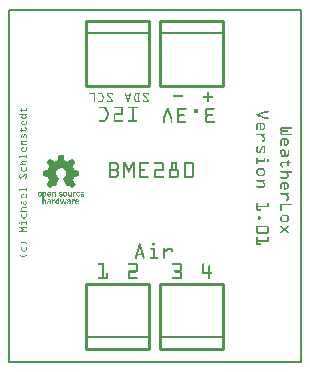
<source format=gto>
G04 MADE WITH FRITZING*
G04 WWW.FRITZING.ORG*
G04 DOUBLE SIDED*
G04 HOLES PLATED*
G04 CONTOUR ON CENTER OF CONTOUR VECTOR*
%FSLAX26Y26*%
%MOIN*%
%ADD10R,0.984252X1.181100X0.968252X1.165100*%
%ADD11C,0.008000*%
%ADD12C,0.010000*%
%ADD13C,0.005000*%
%ADD14R,0.001000X0.001000*%
G04 SILK1*
%FSLAX26Y26*%
%MOIN*%
D11*
X4000Y1177100D02*
X980252Y1177100D01*
X980252Y4000D01*
X4000Y4000D01*
X4000Y1177100D01*
D02*
D12*
X509428Y924642D02*
X719428Y924642D01*
D02*
X719428Y924642D02*
X719428Y1140642D01*
D02*
X719428Y1140642D02*
X509428Y1140642D01*
D02*
X509428Y1140642D02*
X509428Y924642D01*
D13*
D02*
X719428Y1100642D02*
X509428Y1100642D01*
D12*
D02*
X473643Y264114D02*
X263643Y264114D01*
D02*
X263643Y264114D02*
X263643Y48110D01*
D02*
X263643Y48110D02*
X473643Y48110D01*
D02*
X473643Y48110D02*
X473643Y264114D01*
D13*
D02*
X263643Y88110D02*
X473643Y88110D01*
D12*
D02*
X262739Y924655D02*
X472739Y924655D01*
D02*
X472739Y924655D02*
X472739Y1140655D01*
D02*
X472739Y1140655D02*
X262739Y1140655D01*
D02*
X262739Y1140655D02*
X262739Y924655D01*
D13*
D02*
X472739Y1100655D02*
X262739Y1100655D01*
D12*
D02*
X720163Y264523D02*
X510163Y264523D01*
D02*
X510163Y264523D02*
X510163Y48520D01*
D02*
X510163Y48520D02*
X720163Y48520D01*
D02*
X720163Y48520D02*
X720163Y264523D01*
D13*
D02*
X510163Y88520D02*
X720163Y88520D01*
D14*
X667500Y903600D02*
X671500Y903600D01*
X666500Y902600D02*
X671500Y902600D01*
X666500Y901600D02*
X672500Y901600D01*
X273500Y900600D02*
X291500Y900600D01*
X303500Y900600D02*
X313500Y900600D01*
X334500Y900600D02*
X348500Y900600D01*
X392500Y900600D02*
X394500Y900600D01*
X409500Y900600D02*
X411500Y900600D01*
X429500Y900600D02*
X441500Y900600D01*
X454500Y900600D02*
X468500Y900600D01*
X666500Y900600D02*
X672500Y900600D01*
X272500Y899600D02*
X291500Y899600D01*
X302500Y899600D02*
X315500Y899600D01*
X333500Y899600D02*
X350500Y899600D01*
X392500Y899600D02*
X395500Y899600D01*
X408500Y899600D02*
X411500Y899600D01*
X428500Y899600D02*
X442500Y899600D01*
X453500Y899600D02*
X470500Y899600D01*
X666500Y899600D02*
X672500Y899600D01*
X272500Y898600D02*
X291500Y898600D01*
X302500Y898600D02*
X316500Y898600D01*
X332500Y898600D02*
X350500Y898600D01*
X392500Y898600D02*
X395500Y898600D01*
X408500Y898600D02*
X411500Y898600D01*
X427500Y898600D02*
X442500Y898600D01*
X452500Y898600D02*
X470500Y898600D01*
X666500Y898600D02*
X672500Y898600D01*
X272500Y897600D02*
X291500Y897600D01*
X302500Y897600D02*
X316500Y897600D01*
X332500Y897600D02*
X351500Y897600D01*
X392500Y897600D02*
X395500Y897600D01*
X408500Y897600D02*
X411500Y897600D01*
X426500Y897600D02*
X441500Y897600D01*
X452500Y897600D02*
X471500Y897600D01*
X666500Y897600D02*
X672500Y897600D01*
X288500Y896600D02*
X291500Y896600D01*
X313500Y896600D02*
X317500Y896600D01*
X332500Y896600D02*
X335500Y896600D01*
X348500Y896600D02*
X351500Y896600D01*
X392500Y896600D02*
X396500Y896600D01*
X407500Y896600D02*
X411500Y896600D01*
X426500Y896600D02*
X430500Y896600D01*
X435500Y896600D02*
X438500Y896600D01*
X452500Y896600D02*
X455500Y896600D01*
X468500Y896600D02*
X471500Y896600D01*
X666500Y896600D02*
X672500Y896600D01*
X288500Y895600D02*
X291500Y895600D01*
X314500Y895600D02*
X317500Y895600D01*
X332500Y895600D02*
X336500Y895600D01*
X348500Y895600D02*
X351500Y895600D01*
X393500Y895600D02*
X396500Y895600D01*
X407500Y895600D02*
X411500Y895600D01*
X425500Y895600D02*
X429500Y895600D01*
X435500Y895600D02*
X438500Y895600D01*
X452500Y895600D02*
X456500Y895600D01*
X468500Y895600D02*
X471500Y895600D01*
X666500Y895600D02*
X672500Y895600D01*
X288500Y894600D02*
X291500Y894600D01*
X314500Y894600D02*
X318500Y894600D01*
X332500Y894600D02*
X336500Y894600D01*
X349500Y894600D02*
X351500Y894600D01*
X393500Y894600D02*
X396500Y894600D01*
X407500Y894600D02*
X410500Y894600D01*
X425500Y894600D02*
X429500Y894600D01*
X435500Y894600D02*
X438500Y894600D01*
X452500Y894600D02*
X456500Y894600D01*
X469500Y894600D02*
X471500Y894600D01*
X666500Y894600D02*
X672500Y894600D01*
X288500Y893600D02*
X291500Y893600D01*
X315500Y893600D02*
X318500Y893600D01*
X333500Y893600D02*
X337500Y893600D01*
X350500Y893600D02*
X350500Y893600D01*
X393500Y893600D02*
X410500Y893600D01*
X424500Y893600D02*
X428500Y893600D01*
X435500Y893600D02*
X438500Y893600D01*
X453500Y893600D02*
X457500Y893600D01*
X470500Y893600D02*
X470500Y893600D01*
X666500Y893600D02*
X672500Y893600D01*
X288500Y892600D02*
X291500Y892600D01*
X315500Y892600D02*
X319500Y892600D01*
X333500Y892600D02*
X338500Y892600D01*
X393500Y892600D02*
X410500Y892600D01*
X424500Y892600D02*
X428500Y892600D01*
X435500Y892600D02*
X438500Y892600D01*
X453500Y892600D02*
X458500Y892600D01*
X553500Y892600D02*
X584500Y892600D01*
X666500Y892600D02*
X672500Y892600D01*
X288500Y891600D02*
X291500Y891600D01*
X316500Y891600D02*
X319500Y891600D01*
X334500Y891600D02*
X339500Y891600D01*
X394500Y891600D02*
X409500Y891600D01*
X423500Y891600D02*
X427500Y891600D01*
X435500Y891600D02*
X438500Y891600D01*
X454500Y891600D02*
X459500Y891600D01*
X552500Y891600D02*
X585500Y891600D01*
X666500Y891600D02*
X672500Y891600D01*
X288500Y890600D02*
X291500Y890600D01*
X316500Y890600D02*
X320500Y890600D01*
X335500Y890600D02*
X339500Y890600D01*
X394500Y890600D02*
X409500Y890600D01*
X423500Y890600D02*
X427500Y890600D01*
X435500Y890600D02*
X438500Y890600D01*
X455500Y890600D02*
X459500Y890600D01*
X552500Y890600D02*
X585500Y890600D01*
X655500Y890600D02*
X683500Y890600D01*
X288500Y889600D02*
X291500Y889600D01*
X317500Y889600D02*
X320500Y889600D01*
X336500Y889600D02*
X340500Y889600D01*
X394500Y889600D02*
X398500Y889600D01*
X405500Y889600D02*
X409500Y889600D01*
X422500Y889600D02*
X426500Y889600D01*
X435500Y889600D02*
X438500Y889600D01*
X456500Y889600D02*
X460500Y889600D01*
X552500Y889600D02*
X585500Y889600D01*
X653500Y889600D02*
X684500Y889600D01*
X288500Y888600D02*
X291500Y888600D01*
X317500Y888600D02*
X321500Y888600D01*
X337500Y888600D02*
X341500Y888600D01*
X395500Y888600D02*
X398500Y888600D01*
X405500Y888600D02*
X409500Y888600D01*
X422500Y888600D02*
X426500Y888600D01*
X435500Y888600D02*
X438500Y888600D01*
X457500Y888600D02*
X461500Y888600D01*
X552500Y888600D02*
X585500Y888600D01*
X652500Y888600D02*
X685500Y888600D01*
X288500Y887600D02*
X291500Y887600D01*
X318500Y887600D02*
X321500Y887600D01*
X337500Y887600D02*
X342500Y887600D01*
X395500Y887600D02*
X398500Y887600D01*
X405500Y887600D02*
X408500Y887600D01*
X422500Y887600D02*
X425500Y887600D01*
X435500Y887600D02*
X438500Y887600D01*
X457500Y887600D02*
X462500Y887600D01*
X553500Y887600D02*
X585500Y887600D01*
X652500Y887600D02*
X685500Y887600D01*
X288500Y886600D02*
X291500Y886600D01*
X318500Y886600D02*
X321500Y886600D01*
X338500Y886600D02*
X343500Y886600D01*
X395500Y886600D02*
X399500Y886600D01*
X405500Y886600D02*
X408500Y886600D01*
X421500Y886600D02*
X425500Y886600D01*
X435500Y886600D02*
X438500Y886600D01*
X458500Y886600D02*
X463500Y886600D01*
X555500Y886600D02*
X583500Y886600D01*
X652500Y886600D02*
X685500Y886600D01*
X288500Y885600D02*
X291500Y885600D01*
X318500Y885600D02*
X321500Y885600D01*
X339500Y885600D02*
X343500Y885600D01*
X396500Y885600D02*
X399500Y885600D01*
X404500Y885600D02*
X408500Y885600D01*
X421500Y885600D02*
X424500Y885600D01*
X435500Y885600D02*
X438500Y885600D01*
X459500Y885600D02*
X463500Y885600D01*
X652500Y885600D02*
X685500Y885600D01*
X288500Y884600D02*
X291500Y884600D01*
X318500Y884600D02*
X321500Y884600D01*
X340500Y884600D02*
X344500Y884600D01*
X396500Y884600D02*
X399500Y884600D01*
X404500Y884600D02*
X407500Y884600D01*
X421500Y884600D02*
X424500Y884600D01*
X435500Y884600D02*
X438500Y884600D01*
X460500Y884600D02*
X464500Y884600D01*
X653500Y884600D02*
X684500Y884600D01*
X288500Y883600D02*
X291500Y883600D01*
X318500Y883600D02*
X321500Y883600D01*
X340500Y883600D02*
X345500Y883600D01*
X396500Y883600D02*
X400500Y883600D01*
X404500Y883600D02*
X407500Y883600D01*
X421500Y883600D02*
X425500Y883600D01*
X435500Y883600D02*
X438500Y883600D01*
X460500Y883600D02*
X465500Y883600D01*
X665500Y883600D02*
X672500Y883600D01*
X288500Y882600D02*
X291500Y882600D01*
X318500Y882600D02*
X321500Y882600D01*
X341500Y882600D02*
X346500Y882600D01*
X396500Y882600D02*
X400500Y882600D01*
X403500Y882600D02*
X407500Y882600D01*
X421500Y882600D02*
X425500Y882600D01*
X435500Y882600D02*
X438500Y882600D01*
X461500Y882600D02*
X466500Y882600D01*
X666500Y882600D02*
X672500Y882600D01*
X288500Y881600D02*
X291500Y881600D01*
X317500Y881600D02*
X321500Y881600D01*
X342500Y881600D02*
X346500Y881600D01*
X397500Y881600D02*
X400500Y881600D01*
X403500Y881600D02*
X406500Y881600D01*
X422500Y881600D02*
X425500Y881600D01*
X435500Y881600D02*
X438500Y881600D01*
X462500Y881600D02*
X466500Y881600D01*
X666500Y881600D02*
X672500Y881600D01*
X288500Y880600D02*
X291500Y880600D01*
X317500Y880600D02*
X320500Y880600D01*
X343500Y880600D02*
X347500Y880600D01*
X397500Y880600D02*
X400500Y880600D01*
X403500Y880600D02*
X406500Y880600D01*
X422500Y880600D02*
X426500Y880600D01*
X435500Y880600D02*
X438500Y880600D01*
X463500Y880600D02*
X467500Y880600D01*
X666500Y880600D02*
X672500Y880600D01*
X288500Y879600D02*
X291500Y879600D01*
X316500Y879600D02*
X320500Y879600D01*
X344500Y879600D02*
X348500Y879600D01*
X397500Y879600D02*
X406500Y879600D01*
X423500Y879600D02*
X426500Y879600D01*
X435500Y879600D02*
X438500Y879600D01*
X464500Y879600D02*
X468500Y879600D01*
X666500Y879600D02*
X672500Y879600D01*
X288500Y878600D02*
X291500Y878600D01*
X316500Y878600D02*
X319500Y878600D01*
X344500Y878600D02*
X349500Y878600D01*
X398500Y878600D02*
X406500Y878600D01*
X423500Y878600D02*
X427500Y878600D01*
X435500Y878600D02*
X438500Y878600D01*
X464500Y878600D02*
X469500Y878600D01*
X666500Y878600D02*
X672500Y878600D01*
X288500Y877600D02*
X291500Y877600D01*
X315500Y877600D02*
X319500Y877600D01*
X345500Y877600D02*
X350500Y877600D01*
X398500Y877600D02*
X405500Y877600D01*
X424500Y877600D02*
X427500Y877600D01*
X435500Y877600D02*
X438500Y877600D01*
X465500Y877600D02*
X470500Y877600D01*
X666500Y877600D02*
X672500Y877600D01*
X288500Y876600D02*
X291500Y876600D01*
X315500Y876600D02*
X318500Y876600D01*
X346500Y876600D02*
X350500Y876600D01*
X398500Y876600D02*
X405500Y876600D01*
X424500Y876600D02*
X428500Y876600D01*
X435500Y876600D02*
X438500Y876600D01*
X466500Y876600D02*
X470500Y876600D01*
X666500Y876600D02*
X672500Y876600D01*
X288500Y875600D02*
X291500Y875600D01*
X314500Y875600D02*
X318500Y875600D01*
X332500Y875600D02*
X334500Y875600D01*
X347500Y875600D02*
X351500Y875600D01*
X398500Y875600D02*
X405500Y875600D01*
X425500Y875600D02*
X428500Y875600D01*
X435500Y875600D02*
X438500Y875600D01*
X452500Y875600D02*
X454500Y875600D01*
X467500Y875600D02*
X471500Y875600D01*
X666500Y875600D02*
X672500Y875600D01*
X288500Y874600D02*
X291500Y874600D01*
X314500Y874600D02*
X317500Y874600D01*
X332500Y874600D02*
X335500Y874600D01*
X347500Y874600D02*
X351500Y874600D01*
X399500Y874600D02*
X404500Y874600D01*
X425500Y874600D02*
X429500Y874600D01*
X435500Y874600D02*
X438500Y874600D01*
X452500Y874600D02*
X455500Y874600D01*
X467500Y874600D02*
X471500Y874600D01*
X666500Y874600D02*
X672500Y874600D01*
X288500Y873600D02*
X291500Y873600D01*
X313500Y873600D02*
X317500Y873600D01*
X332500Y873600D02*
X335500Y873600D01*
X348500Y873600D02*
X351500Y873600D01*
X399500Y873600D02*
X404500Y873600D01*
X426500Y873600D02*
X430500Y873600D01*
X435500Y873600D02*
X438500Y873600D01*
X452500Y873600D02*
X455500Y873600D01*
X468500Y873600D02*
X471500Y873600D01*
X666500Y873600D02*
X672500Y873600D01*
X288500Y872600D02*
X291500Y872600D01*
X303500Y872600D02*
X317500Y872600D01*
X332500Y872600D02*
X351500Y872600D01*
X399500Y872600D02*
X404500Y872600D01*
X426500Y872600D02*
X441500Y872600D01*
X452500Y872600D02*
X471500Y872600D01*
X666500Y872600D02*
X672500Y872600D01*
X288500Y871600D02*
X291500Y871600D01*
X302500Y871600D02*
X316500Y871600D01*
X333500Y871600D02*
X351500Y871600D01*
X400500Y871600D02*
X404500Y871600D01*
X427500Y871600D02*
X442500Y871600D01*
X452500Y871600D02*
X471500Y871600D01*
X666500Y871600D02*
X671500Y871600D01*
X288500Y870600D02*
X291500Y870600D01*
X302500Y870600D02*
X315500Y870600D01*
X333500Y870600D02*
X350500Y870600D01*
X400500Y870600D02*
X403500Y870600D01*
X428500Y870600D02*
X442500Y870600D01*
X453500Y870600D02*
X470500Y870600D01*
X667500Y870600D02*
X670500Y870600D01*
X289500Y869600D02*
X291500Y869600D01*
X302500Y869600D02*
X314500Y869600D01*
X334500Y869600D02*
X349500Y869600D01*
X400500Y869600D02*
X403500Y869600D01*
X429500Y869600D02*
X442500Y869600D01*
X454500Y869600D02*
X469500Y869600D01*
X308500Y854600D02*
X325500Y854600D01*
X355500Y854600D02*
X385500Y854600D01*
X402500Y854600D02*
X432500Y854600D01*
X307500Y853600D02*
X327500Y853600D01*
X354500Y853600D02*
X385500Y853600D01*
X401500Y853600D02*
X432500Y853600D01*
X307500Y852600D02*
X328500Y852600D01*
X354500Y852600D02*
X385500Y852600D01*
X401500Y852600D02*
X433500Y852600D01*
X59500Y851600D02*
X61500Y851600D01*
X307500Y851600D02*
X329500Y851600D01*
X354500Y851600D02*
X385500Y851600D01*
X401500Y851600D02*
X432500Y851600D01*
X533500Y851600D02*
X534500Y851600D01*
X570500Y851600D02*
X594500Y851600D01*
X665500Y851600D02*
X688500Y851600D01*
X59500Y850600D02*
X62500Y850600D01*
X307500Y850600D02*
X329500Y850600D01*
X354500Y850600D02*
X385500Y850600D01*
X401500Y850600D02*
X432500Y850600D01*
X532500Y850600D02*
X536500Y850600D01*
X568500Y850600D02*
X596500Y850600D01*
X663500Y850600D02*
X690500Y850600D01*
X48500Y849600D02*
X48500Y849600D01*
X59500Y849600D02*
X63500Y849600D01*
X308500Y849600D02*
X330500Y849600D01*
X355500Y849600D02*
X385500Y849600D01*
X402500Y849600D02*
X431500Y849600D01*
X531500Y849600D02*
X536500Y849600D01*
X567500Y849600D02*
X596500Y849600D01*
X661500Y849600D02*
X691500Y849600D01*
X47500Y848600D02*
X49500Y848600D01*
X61500Y848600D02*
X63500Y848600D01*
X323500Y848600D02*
X331500Y848600D01*
X380500Y848600D02*
X385500Y848600D01*
X414500Y848600D02*
X420500Y848600D01*
X531500Y848600D02*
X537500Y848600D01*
X566500Y848600D02*
X597500Y848600D01*
X661500Y848600D02*
X691500Y848600D01*
X47500Y847600D02*
X49500Y847600D01*
X61500Y847600D02*
X63500Y847600D01*
X324500Y847600D02*
X331500Y847600D01*
X380500Y847600D02*
X385500Y847600D01*
X414500Y847600D02*
X420500Y847600D01*
X530500Y847600D02*
X537500Y847600D01*
X565500Y847600D02*
X596500Y847600D01*
X660500Y847600D02*
X691500Y847600D01*
X47500Y846600D02*
X49500Y846600D01*
X61500Y846600D02*
X63500Y846600D01*
X325500Y846600D02*
X332500Y846600D01*
X380500Y846600D02*
X385500Y846600D01*
X414500Y846600D02*
X420500Y846600D01*
X530500Y846600D02*
X537500Y846600D01*
X565500Y846600D02*
X596500Y846600D01*
X624500Y846600D02*
X632500Y846600D01*
X660500Y846600D02*
X690500Y846600D01*
X47500Y845600D02*
X49500Y845600D01*
X61500Y845600D02*
X63500Y845600D01*
X326500Y845600D02*
X332500Y845600D01*
X380500Y845600D02*
X385500Y845600D01*
X414500Y845600D02*
X420500Y845600D01*
X529500Y845600D02*
X538500Y845600D01*
X565500Y845600D02*
X595500Y845600D01*
X623500Y845600D02*
X633500Y845600D01*
X659500Y845600D02*
X689500Y845600D01*
X47500Y844600D02*
X49500Y844600D01*
X61500Y844600D02*
X63500Y844600D01*
X326500Y844600D02*
X333500Y844600D01*
X380500Y844600D02*
X385500Y844600D01*
X414500Y844600D02*
X420500Y844600D01*
X529500Y844600D02*
X538500Y844600D01*
X565500Y844600D02*
X571500Y844600D01*
X622500Y844600D02*
X634500Y844600D01*
X659500Y844600D02*
X665500Y844600D01*
X47500Y843600D02*
X49500Y843600D01*
X61500Y843600D02*
X63500Y843600D01*
X327500Y843600D02*
X333500Y843600D01*
X380500Y843600D02*
X385500Y843600D01*
X414500Y843600D02*
X420500Y843600D01*
X529500Y843600D02*
X539500Y843600D01*
X565500Y843600D02*
X571500Y843600D01*
X622500Y843600D02*
X634500Y843600D01*
X659500Y843600D02*
X665500Y843600D01*
X42500Y842600D02*
X63500Y842600D01*
X327500Y842600D02*
X334500Y842600D01*
X380500Y842600D02*
X385500Y842600D01*
X414500Y842600D02*
X420500Y842600D01*
X528500Y842600D02*
X539500Y842600D01*
X565500Y842600D02*
X571500Y842600D01*
X622500Y842600D02*
X634500Y842600D01*
X659500Y842600D02*
X665500Y842600D01*
X42500Y841600D02*
X62500Y841600D01*
X328500Y841600D02*
X334500Y841600D01*
X380500Y841600D02*
X385500Y841600D01*
X414500Y841600D02*
X420500Y841600D01*
X528500Y841600D02*
X539500Y841600D01*
X565500Y841600D02*
X571500Y841600D01*
X622500Y841600D02*
X634500Y841600D01*
X659500Y841600D02*
X665500Y841600D01*
X42500Y840600D02*
X61500Y840600D01*
X328500Y840600D02*
X335500Y840600D01*
X380500Y840600D02*
X385500Y840600D01*
X414500Y840600D02*
X420500Y840600D01*
X527500Y840600D02*
X540500Y840600D01*
X565500Y840600D02*
X571500Y840600D01*
X622500Y840600D02*
X634500Y840600D01*
X659500Y840600D02*
X665500Y840600D01*
X859500Y840600D02*
X867500Y840600D01*
X47500Y839600D02*
X49500Y839600D01*
X329500Y839600D02*
X335500Y839600D01*
X380500Y839600D02*
X385500Y839600D01*
X414500Y839600D02*
X420500Y839600D01*
X527500Y839600D02*
X540500Y839600D01*
X565500Y839600D02*
X571500Y839600D01*
X622500Y839600D02*
X634500Y839600D01*
X659500Y839600D02*
X665500Y839600D01*
X856500Y839600D02*
X870500Y839600D01*
X47500Y838600D02*
X49500Y838600D01*
X329500Y838600D02*
X336500Y838600D01*
X380500Y838600D02*
X385500Y838600D01*
X414500Y838600D02*
X420500Y838600D01*
X527500Y838600D02*
X541500Y838600D01*
X565500Y838600D02*
X571500Y838600D01*
X622500Y838600D02*
X634500Y838600D01*
X659500Y838600D02*
X665500Y838600D01*
X854500Y838600D02*
X870500Y838600D01*
X47500Y837600D02*
X49500Y837600D01*
X330500Y837600D02*
X336500Y837600D01*
X380500Y837600D02*
X385500Y837600D01*
X414500Y837600D02*
X420500Y837600D01*
X526500Y837600D02*
X532500Y837600D01*
X535500Y837600D02*
X541500Y837600D01*
X565500Y837600D02*
X571500Y837600D01*
X622500Y837600D02*
X634500Y837600D01*
X659500Y837600D02*
X665500Y837600D01*
X851500Y837600D02*
X870500Y837600D01*
X330500Y836600D02*
X336500Y836600D01*
X380500Y836600D02*
X385500Y836600D01*
X414500Y836600D02*
X420500Y836600D01*
X526500Y836600D02*
X532500Y836600D01*
X535500Y836600D02*
X541500Y836600D01*
X565500Y836600D02*
X571500Y836600D01*
X622500Y836600D02*
X634500Y836600D01*
X659500Y836600D02*
X665500Y836600D01*
X849500Y836600D02*
X870500Y836600D01*
X331500Y835600D02*
X337500Y835600D01*
X380500Y835600D02*
X385500Y835600D01*
X414500Y835600D02*
X420500Y835600D01*
X526500Y835600D02*
X532500Y835600D01*
X536500Y835600D02*
X542500Y835600D01*
X565500Y835600D02*
X571500Y835600D01*
X623500Y835600D02*
X633500Y835600D01*
X659500Y835600D02*
X665500Y835600D01*
X846500Y835600D02*
X869500Y835600D01*
X331500Y834600D02*
X337500Y834600D01*
X380500Y834600D02*
X385500Y834600D01*
X414500Y834600D02*
X420500Y834600D01*
X525500Y834600D02*
X531500Y834600D01*
X536500Y834600D02*
X542500Y834600D01*
X565500Y834600D02*
X571500Y834600D01*
X625500Y834600D02*
X631500Y834600D01*
X659500Y834600D02*
X665500Y834600D01*
X843500Y834600D02*
X857500Y834600D01*
X332500Y833600D02*
X338500Y833600D01*
X380500Y833600D02*
X385500Y833600D01*
X414500Y833600D02*
X420500Y833600D01*
X525500Y833600D02*
X531500Y833600D01*
X536500Y833600D02*
X542500Y833600D01*
X565500Y833600D02*
X571500Y833600D01*
X659500Y833600D02*
X665500Y833600D01*
X841500Y833600D02*
X855500Y833600D01*
X332500Y832600D02*
X338500Y832600D01*
X358500Y832600D02*
X385500Y832600D01*
X414500Y832600D02*
X420500Y832600D01*
X524500Y832600D02*
X531500Y832600D01*
X537500Y832600D02*
X543500Y832600D01*
X565500Y832600D02*
X571500Y832600D01*
X659500Y832600D02*
X665500Y832600D01*
X838500Y832600D02*
X852500Y832600D01*
X332500Y831600D02*
X338500Y831600D01*
X356500Y831600D02*
X385500Y831600D01*
X414500Y831600D02*
X420500Y831600D01*
X524500Y831600D02*
X530500Y831600D01*
X537500Y831600D02*
X543500Y831600D01*
X565500Y831600D02*
X571500Y831600D01*
X659500Y831600D02*
X665500Y831600D01*
X836500Y831600D02*
X850500Y831600D01*
X332500Y830600D02*
X338500Y830600D01*
X355500Y830600D02*
X385500Y830600D01*
X414500Y830600D02*
X420500Y830600D01*
X524500Y830600D02*
X530500Y830600D01*
X537500Y830600D02*
X544500Y830600D01*
X565500Y830600D02*
X571500Y830600D01*
X660500Y830600D02*
X666500Y830600D01*
X833500Y830600D02*
X847500Y830600D01*
X41500Y829600D02*
X63500Y829600D01*
X332500Y829600D02*
X338500Y829600D01*
X355500Y829600D02*
X384500Y829600D01*
X414500Y829600D02*
X420500Y829600D01*
X523500Y829600D02*
X529500Y829600D01*
X538500Y829600D02*
X544500Y829600D01*
X565500Y829600D02*
X573500Y829600D01*
X660500Y829600D02*
X667500Y829600D01*
X831500Y829600D02*
X845500Y829600D01*
X40500Y828600D02*
X63500Y828600D01*
X332500Y828600D02*
X338500Y828600D01*
X354500Y828600D02*
X383500Y828600D01*
X414500Y828600D02*
X420500Y828600D01*
X523500Y828600D02*
X529500Y828600D01*
X538500Y828600D02*
X544500Y828600D01*
X566500Y828600D02*
X589500Y828600D01*
X660500Y828600D02*
X683500Y828600D01*
X830500Y828600D02*
X842500Y828600D01*
X41500Y827600D02*
X63500Y827600D01*
X332500Y827600D02*
X338500Y827600D01*
X354500Y827600D02*
X382500Y827600D01*
X414500Y827600D02*
X420500Y827600D01*
X522500Y827600D02*
X529500Y827600D01*
X539500Y827600D02*
X545500Y827600D01*
X566500Y827600D02*
X590500Y827600D01*
X661500Y827600D02*
X684500Y827600D01*
X830500Y827600D02*
X840500Y827600D01*
X48500Y826600D02*
X52500Y826600D01*
X58500Y826600D02*
X62500Y826600D01*
X332500Y826600D02*
X338500Y826600D01*
X354500Y826600D02*
X360500Y826600D01*
X414500Y826600D02*
X420500Y826600D01*
X522500Y826600D02*
X528500Y826600D01*
X539500Y826600D02*
X545500Y826600D01*
X567500Y826600D02*
X590500Y826600D01*
X662500Y826600D02*
X684500Y826600D01*
X830500Y826600D02*
X841500Y826600D01*
X48500Y825600D02*
X51500Y825600D01*
X59500Y825600D02*
X62500Y825600D01*
X331500Y825600D02*
X337500Y825600D01*
X354500Y825600D02*
X359500Y825600D01*
X414500Y825600D02*
X420500Y825600D01*
X522500Y825600D02*
X528500Y825600D01*
X539500Y825600D02*
X546500Y825600D01*
X567500Y825600D02*
X590500Y825600D01*
X662500Y825600D02*
X684500Y825600D01*
X831500Y825600D02*
X844500Y825600D01*
X47500Y824600D02*
X50500Y824600D01*
X60500Y824600D02*
X63500Y824600D01*
X331500Y824600D02*
X337500Y824600D01*
X354500Y824600D02*
X359500Y824600D01*
X414500Y824600D02*
X420500Y824600D01*
X521500Y824600D02*
X527500Y824600D01*
X540500Y824600D02*
X546500Y824600D01*
X566500Y824600D02*
X590500Y824600D01*
X661500Y824600D02*
X684500Y824600D01*
X832500Y824600D02*
X846500Y824600D01*
X47500Y823600D02*
X49500Y823600D01*
X61500Y823600D02*
X63500Y823600D01*
X330500Y823600D02*
X337500Y823600D01*
X354500Y823600D02*
X359500Y823600D01*
X414500Y823600D02*
X420500Y823600D01*
X521500Y823600D02*
X527500Y823600D01*
X540500Y823600D02*
X546500Y823600D01*
X566500Y823600D02*
X589500Y823600D01*
X660500Y823600D02*
X683500Y823600D01*
X835500Y823600D02*
X849500Y823600D01*
X47500Y822600D02*
X49500Y822600D01*
X61500Y822600D02*
X63500Y822600D01*
X330500Y822600D02*
X336500Y822600D01*
X354500Y822600D02*
X359500Y822600D01*
X414500Y822600D02*
X420500Y822600D01*
X520500Y822600D02*
X527500Y822600D01*
X541500Y822600D02*
X547500Y822600D01*
X565500Y822600D02*
X573500Y822600D01*
X660500Y822600D02*
X668500Y822600D01*
X837500Y822600D02*
X851500Y822600D01*
X47500Y821600D02*
X49500Y821600D01*
X61500Y821600D02*
X63500Y821600D01*
X329500Y821600D02*
X336500Y821600D01*
X354500Y821600D02*
X359500Y821600D01*
X414500Y821600D02*
X420500Y821600D01*
X520500Y821600D02*
X526500Y821600D01*
X541500Y821600D02*
X547500Y821600D01*
X565500Y821600D02*
X571500Y821600D01*
X660500Y821600D02*
X666500Y821600D01*
X840500Y821600D02*
X854500Y821600D01*
X47500Y820600D02*
X49500Y820600D01*
X61500Y820600D02*
X63500Y820600D01*
X329500Y820600D02*
X335500Y820600D01*
X354500Y820600D02*
X359500Y820600D01*
X414500Y820600D02*
X420500Y820600D01*
X520500Y820600D02*
X526500Y820600D01*
X541500Y820600D02*
X548500Y820600D01*
X565500Y820600D02*
X571500Y820600D01*
X659500Y820600D02*
X665500Y820600D01*
X842500Y820600D02*
X856500Y820600D01*
X47500Y819600D02*
X49500Y819600D01*
X61500Y819600D02*
X63500Y819600D01*
X328500Y819600D02*
X335500Y819600D01*
X354500Y819600D02*
X359500Y819600D01*
X414500Y819600D02*
X420500Y819600D01*
X519500Y819600D02*
X525500Y819600D01*
X542500Y819600D02*
X548500Y819600D01*
X565500Y819600D02*
X571500Y819600D01*
X659500Y819600D02*
X665500Y819600D01*
X845500Y819600D02*
X859500Y819600D01*
X47500Y818600D02*
X50500Y818600D01*
X60500Y818600D02*
X63500Y818600D01*
X328500Y818600D02*
X334500Y818600D01*
X354500Y818600D02*
X359500Y818600D01*
X414500Y818600D02*
X420500Y818600D01*
X519500Y818600D02*
X525500Y818600D01*
X542500Y818600D02*
X548500Y818600D01*
X565500Y818600D02*
X571500Y818600D01*
X659500Y818600D02*
X665500Y818600D01*
X848500Y818600D02*
X869500Y818600D01*
X48500Y817600D02*
X62500Y817600D01*
X327500Y817600D02*
X334500Y817600D01*
X354500Y817600D02*
X359500Y817600D01*
X414500Y817600D02*
X420500Y817600D01*
X519500Y817600D02*
X525500Y817600D01*
X543500Y817600D02*
X549500Y817600D01*
X565500Y817600D02*
X571500Y817600D01*
X659500Y817600D02*
X665500Y817600D01*
X850500Y817600D02*
X870500Y817600D01*
X49500Y816600D02*
X61500Y816600D01*
X327500Y816600D02*
X333500Y816600D01*
X354500Y816600D02*
X359500Y816600D01*
X414500Y816600D02*
X420500Y816600D01*
X518500Y816600D02*
X524500Y816600D01*
X543500Y816600D02*
X549500Y816600D01*
X565500Y816600D02*
X571500Y816600D01*
X659500Y816600D02*
X665500Y816600D01*
X853500Y816600D02*
X870500Y816600D01*
X50500Y815600D02*
X60500Y815600D01*
X326500Y815600D02*
X333500Y815600D01*
X354500Y815600D02*
X359500Y815600D01*
X414500Y815600D02*
X420500Y815600D01*
X518500Y815600D02*
X524500Y815600D01*
X543500Y815600D02*
X549500Y815600D01*
X565500Y815600D02*
X571500Y815600D01*
X659500Y815600D02*
X665500Y815600D01*
X855500Y815600D02*
X870500Y815600D01*
X326500Y814600D02*
X332500Y814600D01*
X354500Y814600D02*
X359500Y814600D01*
X414500Y814600D02*
X420500Y814600D01*
X518500Y814600D02*
X523500Y814600D01*
X544500Y814600D02*
X549500Y814600D01*
X565500Y814600D02*
X571500Y814600D01*
X659500Y814600D02*
X665500Y814600D01*
X858500Y814600D02*
X869500Y814600D01*
X325500Y813600D02*
X332500Y813600D01*
X354500Y813600D02*
X359500Y813600D01*
X414500Y813600D02*
X420500Y813600D01*
X518500Y813600D02*
X523500Y813600D01*
X544500Y813600D02*
X549500Y813600D01*
X565500Y813600D02*
X571500Y813600D01*
X659500Y813600D02*
X665500Y813600D01*
X325500Y812600D02*
X331500Y812600D01*
X354500Y812600D02*
X359500Y812600D01*
X414500Y812600D02*
X420500Y812600D01*
X518500Y812600D02*
X523500Y812600D01*
X544500Y812600D02*
X549500Y812600D01*
X565500Y812600D02*
X571500Y812600D01*
X659500Y812600D02*
X665500Y812600D01*
X324500Y811600D02*
X331500Y811600D01*
X354500Y811600D02*
X359500Y811600D01*
X414500Y811600D02*
X420500Y811600D01*
X518500Y811600D02*
X523500Y811600D01*
X544500Y811600D02*
X549500Y811600D01*
X565500Y811600D02*
X571500Y811600D01*
X659500Y811600D02*
X665500Y811600D01*
X308500Y810600D02*
X330500Y810600D01*
X354500Y810600D02*
X384500Y810600D01*
X403500Y810600D02*
X431500Y810600D01*
X518500Y810600D02*
X523500Y810600D01*
X544500Y810600D02*
X549500Y810600D01*
X565500Y810600D02*
X571500Y810600D01*
X659500Y810600D02*
X665500Y810600D01*
X307500Y809600D02*
X330500Y809600D01*
X354500Y809600D02*
X385500Y809600D01*
X402500Y809600D02*
X432500Y809600D01*
X518500Y809600D02*
X523500Y809600D01*
X544500Y809600D02*
X549500Y809600D01*
X565500Y809600D02*
X571500Y809600D01*
X659500Y809600D02*
X665500Y809600D01*
X307500Y808600D02*
X329500Y808600D01*
X354500Y808600D02*
X385500Y808600D01*
X401500Y808600D02*
X432500Y808600D01*
X518500Y808600D02*
X523500Y808600D01*
X544500Y808600D02*
X549500Y808600D01*
X565500Y808600D02*
X571500Y808600D01*
X659500Y808600D02*
X665500Y808600D01*
X51500Y807600D02*
X56500Y807600D01*
X62500Y807600D02*
X63500Y807600D01*
X307500Y807600D02*
X328500Y807600D01*
X355500Y807600D02*
X385500Y807600D01*
X401500Y807600D02*
X433500Y807600D01*
X518500Y807600D02*
X523500Y807600D01*
X544500Y807600D02*
X549500Y807600D01*
X565500Y807600D02*
X571500Y807600D01*
X659500Y807600D02*
X665500Y807600D01*
X49500Y806600D02*
X56500Y806600D01*
X61500Y806600D02*
X63500Y806600D01*
X307500Y806600D02*
X327500Y806600D01*
X356500Y806600D02*
X385500Y806600D01*
X401500Y806600D02*
X432500Y806600D01*
X518500Y806600D02*
X523500Y806600D01*
X544500Y806600D02*
X549500Y806600D01*
X565500Y806600D02*
X595500Y806600D01*
X659500Y806600D02*
X690500Y806600D01*
X48500Y805600D02*
X56500Y805600D01*
X61500Y805600D02*
X63500Y805600D01*
X307500Y805600D02*
X326500Y805600D01*
X357500Y805600D02*
X385500Y805600D01*
X402500Y805600D02*
X432500Y805600D01*
X518500Y805600D02*
X523500Y805600D01*
X544500Y805600D02*
X549500Y805600D01*
X565500Y805600D02*
X596500Y805600D01*
X660500Y805600D02*
X691500Y805600D01*
X47500Y804600D02*
X50500Y804600D01*
X54500Y804600D02*
X56500Y804600D01*
X61500Y804600D02*
X63500Y804600D01*
X309500Y804600D02*
X323500Y804600D01*
X359500Y804600D02*
X383500Y804600D01*
X403500Y804600D02*
X430500Y804600D01*
X518500Y804600D02*
X523500Y804600D01*
X544500Y804600D02*
X549500Y804600D01*
X566500Y804600D02*
X596500Y804600D01*
X660500Y804600D02*
X691500Y804600D01*
X47500Y803600D02*
X49500Y803600D01*
X54500Y803600D02*
X56500Y803600D01*
X61500Y803600D02*
X63500Y803600D01*
X518500Y803600D02*
X523500Y803600D01*
X544500Y803600D02*
X549500Y803600D01*
X566500Y803600D02*
X597500Y803600D01*
X661500Y803600D02*
X691500Y803600D01*
X47500Y802600D02*
X49500Y802600D01*
X54500Y802600D02*
X56500Y802600D01*
X61500Y802600D02*
X63500Y802600D01*
X518500Y802600D02*
X523500Y802600D01*
X544500Y802600D02*
X549500Y802600D01*
X567500Y802600D02*
X596500Y802600D01*
X661500Y802600D02*
X691500Y802600D01*
X47500Y801600D02*
X49500Y801600D01*
X54500Y801600D02*
X56500Y801600D01*
X61500Y801600D02*
X63500Y801600D01*
X519500Y801600D02*
X522500Y801600D01*
X545500Y801600D02*
X548500Y801600D01*
X568500Y801600D02*
X596500Y801600D01*
X663500Y801600D02*
X690500Y801600D01*
X836500Y801600D02*
X852500Y801600D01*
X47500Y800600D02*
X49500Y800600D01*
X54500Y800600D02*
X56500Y800600D01*
X61500Y800600D02*
X63500Y800600D01*
X571500Y800600D02*
X594500Y800600D01*
X665500Y800600D02*
X688500Y800600D01*
X834500Y800600D02*
X854500Y800600D01*
X47500Y799600D02*
X49500Y799600D01*
X54500Y799600D02*
X56500Y799600D01*
X61500Y799600D02*
X63500Y799600D01*
X833500Y799600D02*
X855500Y799600D01*
X47500Y798600D02*
X49500Y798600D01*
X54500Y798600D02*
X56500Y798600D01*
X61500Y798600D02*
X63500Y798600D01*
X833500Y798600D02*
X856500Y798600D01*
X47500Y797600D02*
X49500Y797600D01*
X54500Y797600D02*
X56500Y797600D01*
X61500Y797600D02*
X63500Y797600D01*
X832500Y797600D02*
X857500Y797600D01*
X47500Y796600D02*
X50500Y796600D01*
X54500Y796600D02*
X56500Y796600D01*
X60500Y796600D02*
X63500Y796600D01*
X831500Y796600D02*
X837500Y796600D01*
X842500Y796600D02*
X847500Y796600D01*
X851500Y796600D02*
X858500Y796600D01*
X48500Y795600D02*
X62500Y795600D01*
X830500Y795600D02*
X836500Y795600D01*
X842500Y795600D02*
X846500Y795600D01*
X853500Y795600D02*
X858500Y795600D01*
X49500Y794600D02*
X61500Y794600D01*
X830500Y794600D02*
X835500Y794600D01*
X842500Y794600D02*
X846500Y794600D01*
X854500Y794600D02*
X859500Y794600D01*
X50500Y793600D02*
X60500Y793600D01*
X830500Y793600D02*
X834500Y793600D01*
X842500Y793600D02*
X846500Y793600D01*
X854500Y793600D02*
X859500Y793600D01*
X830500Y792600D02*
X834500Y792600D01*
X842500Y792600D02*
X846500Y792600D01*
X855500Y792600D02*
X859500Y792600D01*
X830500Y791600D02*
X834500Y791600D01*
X842500Y791600D02*
X846500Y791600D01*
X855500Y791600D02*
X859500Y791600D01*
X830500Y790600D02*
X834500Y790600D01*
X842500Y790600D02*
X846500Y790600D01*
X855500Y790600D02*
X859500Y790600D01*
X830500Y789600D02*
X834500Y789600D01*
X842500Y789600D02*
X846500Y789600D01*
X855500Y789600D02*
X859500Y789600D01*
X830500Y788600D02*
X834500Y788600D01*
X842500Y788600D02*
X846500Y788600D01*
X855500Y788600D02*
X859500Y788600D01*
X830500Y787600D02*
X834500Y787600D01*
X842500Y787600D02*
X846500Y787600D01*
X855500Y787600D02*
X859500Y787600D01*
X830500Y786600D02*
X834500Y786600D01*
X842500Y786600D02*
X846500Y786600D01*
X855500Y786600D02*
X859500Y786600D01*
X915500Y786600D02*
X947500Y786600D01*
X60500Y785600D02*
X60500Y785600D01*
X830500Y785600D02*
X834500Y785600D01*
X842500Y785600D02*
X846500Y785600D01*
X854500Y785600D02*
X859500Y785600D01*
X913500Y785600D02*
X948500Y785600D01*
X59500Y784600D02*
X62500Y784600D01*
X830500Y784600D02*
X834500Y784600D01*
X842500Y784600D02*
X846500Y784600D01*
X854500Y784600D02*
X859500Y784600D01*
X911500Y784600D02*
X948500Y784600D01*
X59500Y783600D02*
X62500Y783600D01*
X830500Y783600D02*
X834500Y783600D01*
X842500Y783600D02*
X846500Y783600D01*
X854500Y783600D02*
X859500Y783600D01*
X910500Y783600D02*
X948500Y783600D01*
X47500Y782600D02*
X49500Y782600D01*
X60500Y782600D02*
X63500Y782600D01*
X830500Y782600D02*
X834500Y782600D01*
X842500Y782600D02*
X846500Y782600D01*
X853500Y782600D02*
X858500Y782600D01*
X910500Y782600D02*
X947500Y782600D01*
X47500Y781600D02*
X49500Y781600D01*
X61500Y781600D02*
X63500Y781600D01*
X830500Y781600D02*
X834500Y781600D01*
X842500Y781600D02*
X847500Y781600D01*
X851500Y781600D02*
X858500Y781600D01*
X910500Y781600D02*
X916500Y781600D01*
X47500Y780600D02*
X49500Y780600D01*
X61500Y780600D02*
X63500Y780600D01*
X830500Y780600D02*
X834500Y780600D01*
X842500Y780600D02*
X857500Y780600D01*
X910500Y780600D02*
X914500Y780600D01*
X47500Y779600D02*
X49500Y779600D01*
X61500Y779600D02*
X63500Y779600D01*
X830500Y779600D02*
X834500Y779600D01*
X842500Y779600D02*
X856500Y779600D01*
X910500Y779600D02*
X914500Y779600D01*
X47500Y778600D02*
X49500Y778600D01*
X61500Y778600D02*
X63500Y778600D01*
X830500Y778600D02*
X834500Y778600D01*
X842500Y778600D02*
X855500Y778600D01*
X910500Y778600D02*
X914500Y778600D01*
X47500Y777600D02*
X49500Y777600D01*
X61500Y777600D02*
X63500Y777600D01*
X830500Y777600D02*
X834500Y777600D01*
X842500Y777600D02*
X854500Y777600D01*
X910500Y777600D02*
X914500Y777600D01*
X43500Y776600D02*
X63500Y776600D01*
X831500Y776600D02*
X833500Y776600D01*
X843500Y776600D02*
X852500Y776600D01*
X910500Y776600D02*
X915500Y776600D01*
X42500Y775600D02*
X62500Y775600D01*
X910500Y775600D02*
X933500Y775600D01*
X42500Y774600D02*
X61500Y774600D01*
X910500Y774600D02*
X934500Y774600D01*
X43500Y773600D02*
X59500Y773600D01*
X911500Y773600D02*
X934500Y773600D01*
X47500Y772600D02*
X49500Y772600D01*
X911500Y772600D02*
X934500Y772600D01*
X47500Y771600D02*
X49500Y771600D01*
X910500Y771600D02*
X933500Y771600D01*
X48500Y770600D02*
X48500Y770600D01*
X910500Y770600D02*
X916500Y770600D01*
X910500Y769600D02*
X914500Y769600D01*
X910500Y768600D02*
X914500Y768600D01*
X910500Y767600D02*
X914500Y767600D01*
X910500Y766600D02*
X914500Y766600D01*
X910500Y765600D02*
X915500Y765600D01*
X910500Y764600D02*
X917500Y764600D01*
X59500Y763600D02*
X59500Y763600D01*
X831500Y763600D02*
X858500Y763600D01*
X910500Y763600D02*
X948500Y763600D01*
X48500Y762600D02*
X50500Y762600D01*
X57500Y762600D02*
X61500Y762600D01*
X830500Y762600D02*
X859500Y762600D01*
X911500Y762600D02*
X948500Y762600D01*
X47500Y761600D02*
X50500Y761600D01*
X56500Y761600D02*
X62500Y761600D01*
X830500Y761600D02*
X859500Y761600D01*
X912500Y761600D02*
X948500Y761600D01*
X47500Y760600D02*
X50500Y760600D01*
X55500Y760600D02*
X63500Y760600D01*
X830500Y760600D02*
X859500Y760600D01*
X914500Y760600D02*
X948500Y760600D01*
X47500Y759600D02*
X49500Y759600D01*
X55500Y759600D02*
X57500Y759600D01*
X61500Y759600D02*
X63500Y759600D01*
X831500Y759600D02*
X858500Y759600D01*
X916500Y759600D02*
X946500Y759600D01*
X47500Y758600D02*
X49500Y758600D01*
X54500Y758600D02*
X57500Y758600D01*
X61500Y758600D02*
X63500Y758600D01*
X847500Y758600D02*
X854500Y758600D01*
X47500Y757600D02*
X49500Y757600D01*
X54500Y757600D02*
X56500Y757600D01*
X61500Y757600D02*
X63500Y757600D01*
X848500Y757600D02*
X854500Y757600D01*
X47500Y756600D02*
X49500Y756600D01*
X53500Y756600D02*
X56500Y756600D01*
X61500Y756600D02*
X63500Y756600D01*
X849500Y756600D02*
X855500Y756600D01*
X47500Y755600D02*
X49500Y755600D01*
X53500Y755600D02*
X55500Y755600D01*
X61500Y755600D02*
X63500Y755600D01*
X850500Y755600D02*
X856500Y755600D01*
X47500Y754600D02*
X49500Y754600D01*
X53500Y754600D02*
X55500Y754600D01*
X61500Y754600D02*
X63500Y754600D01*
X851500Y754600D02*
X857500Y754600D01*
X47500Y753600D02*
X49500Y753600D01*
X52500Y753600D02*
X54500Y753600D01*
X61500Y753600D02*
X63500Y753600D01*
X851500Y753600D02*
X858500Y753600D01*
X47500Y752600D02*
X49500Y752600D01*
X52500Y752600D02*
X54500Y752600D01*
X61500Y752600D02*
X63500Y752600D01*
X852500Y752600D02*
X858500Y752600D01*
X47500Y751600D02*
X54500Y751600D01*
X61500Y751600D02*
X63500Y751600D01*
X853500Y751600D02*
X859500Y751600D01*
X47500Y750600D02*
X53500Y750600D01*
X60500Y750600D02*
X63500Y750600D01*
X854500Y750600D02*
X859500Y750600D01*
X48500Y749600D02*
X52500Y749600D01*
X60500Y749600D02*
X62500Y749600D01*
X855500Y749600D02*
X859500Y749600D01*
X61500Y748600D02*
X61500Y748600D01*
X855500Y748600D02*
X859500Y748600D01*
X915500Y748600D02*
X932500Y748600D01*
X855500Y747600D02*
X859500Y747600D01*
X914500Y747600D02*
X933500Y747600D01*
X855500Y746600D02*
X859500Y746600D01*
X913500Y746600D02*
X934500Y746600D01*
X855500Y745600D02*
X859500Y745600D01*
X912500Y745600D02*
X935500Y745600D01*
X854500Y744600D02*
X859500Y744600D01*
X911500Y744600D02*
X936500Y744600D01*
X854500Y743600D02*
X859500Y743600D01*
X911500Y743600D02*
X916500Y743600D01*
X922500Y743600D02*
X926500Y743600D01*
X931500Y743600D02*
X937500Y743600D01*
X850500Y742600D02*
X859500Y742600D01*
X910500Y742600D02*
X915500Y742600D01*
X922500Y742600D02*
X926500Y742600D01*
X932500Y742600D02*
X937500Y742600D01*
X849500Y741600D02*
X858500Y741600D01*
X910500Y741600D02*
X914500Y741600D01*
X922500Y741600D02*
X926500Y741600D01*
X933500Y741600D02*
X937500Y741600D01*
X49500Y740600D02*
X63500Y740600D01*
X848500Y740600D02*
X858500Y740600D01*
X910500Y740600D02*
X914500Y740600D01*
X922500Y740600D02*
X926500Y740600D01*
X933500Y740600D02*
X937500Y740600D01*
X48500Y739600D02*
X63500Y739600D01*
X848500Y739600D02*
X857500Y739600D01*
X910500Y739600D02*
X914500Y739600D01*
X922500Y739600D02*
X926500Y739600D01*
X933500Y739600D02*
X938500Y739600D01*
X47500Y738600D02*
X63500Y738600D01*
X849500Y738600D02*
X855500Y738600D01*
X910500Y738600D02*
X914500Y738600D01*
X922500Y738600D02*
X926500Y738600D01*
X933500Y738600D02*
X938500Y738600D01*
X47500Y737600D02*
X49500Y737600D01*
X910500Y737600D02*
X914500Y737600D01*
X922500Y737600D02*
X926500Y737600D01*
X933500Y737600D02*
X938500Y737600D01*
X47500Y736600D02*
X49500Y736600D01*
X910500Y736600D02*
X914500Y736600D01*
X922500Y736600D02*
X926500Y736600D01*
X933500Y736600D02*
X938500Y736600D01*
X47500Y735600D02*
X49500Y735600D01*
X910500Y735600D02*
X914500Y735600D01*
X922500Y735600D02*
X926500Y735600D01*
X933500Y735600D02*
X938500Y735600D01*
X47500Y734600D02*
X49500Y734600D01*
X910500Y734600D02*
X914500Y734600D01*
X922500Y734600D02*
X926500Y734600D01*
X933500Y734600D02*
X938500Y734600D01*
X47500Y733600D02*
X50500Y733600D01*
X910500Y733600D02*
X914500Y733600D01*
X922500Y733600D02*
X926500Y733600D01*
X933500Y733600D02*
X938500Y733600D01*
X47500Y732600D02*
X50500Y732600D01*
X910500Y732600D02*
X914500Y732600D01*
X922500Y732600D02*
X926500Y732600D01*
X933500Y732600D02*
X937500Y732600D01*
X48500Y731600D02*
X51500Y731600D01*
X910500Y731600D02*
X914500Y731600D01*
X922500Y731600D02*
X926500Y731600D01*
X933500Y731600D02*
X937500Y731600D01*
X49500Y730600D02*
X51500Y730600D01*
X910500Y730600D02*
X914500Y730600D01*
X922500Y730600D02*
X926500Y730600D01*
X932500Y730600D02*
X937500Y730600D01*
X49500Y729600D02*
X52500Y729600D01*
X910500Y729600D02*
X914500Y729600D01*
X922500Y729600D02*
X926500Y729600D01*
X930500Y729600D02*
X936500Y729600D01*
X47500Y728600D02*
X63500Y728600D01*
X910500Y728600D02*
X914500Y728600D01*
X922500Y728600D02*
X936500Y728600D01*
X47500Y727600D02*
X63500Y727600D01*
X910500Y727600D02*
X914500Y727600D01*
X922500Y727600D02*
X935500Y727600D01*
X48500Y726600D02*
X62500Y726600D01*
X910500Y726600D02*
X914500Y726600D01*
X922500Y726600D02*
X934500Y726600D01*
X834500Y725600D02*
X835500Y725600D01*
X910500Y725600D02*
X914500Y725600D01*
X922500Y725600D02*
X932500Y725600D01*
X832500Y724600D02*
X836500Y724600D01*
X850500Y724600D02*
X855500Y724600D01*
X911500Y724600D02*
X912500Y724600D01*
X923500Y724600D02*
X930500Y724600D01*
X832500Y723600D02*
X836500Y723600D01*
X849500Y723600D02*
X857500Y723600D01*
X831500Y722600D02*
X836500Y722600D01*
X848500Y722600D02*
X857500Y722600D01*
X831500Y721600D02*
X836500Y721600D01*
X847500Y721600D02*
X858500Y721600D01*
X830500Y720600D02*
X835500Y720600D01*
X847500Y720600D02*
X859500Y720600D01*
X830500Y719600D02*
X835500Y719600D01*
X846500Y719600D02*
X851500Y719600D01*
X854500Y719600D02*
X859500Y719600D01*
X50500Y718600D02*
X56500Y718600D01*
X61500Y718600D02*
X63500Y718600D01*
X830500Y718600D02*
X834500Y718600D01*
X846500Y718600D02*
X851500Y718600D01*
X855500Y718600D02*
X859500Y718600D01*
X49500Y717600D02*
X56500Y717600D01*
X61500Y717600D02*
X63500Y717600D01*
X830500Y717600D02*
X834500Y717600D01*
X845500Y717600D02*
X850500Y717600D01*
X855500Y717600D02*
X859500Y717600D01*
X48500Y716600D02*
X56500Y716600D01*
X61500Y716600D02*
X63500Y716600D01*
X830500Y716600D02*
X834500Y716600D01*
X845500Y716600D02*
X850500Y716600D01*
X855500Y716600D02*
X859500Y716600D01*
X47500Y715600D02*
X50500Y715600D01*
X54500Y715600D02*
X56500Y715600D01*
X61500Y715600D02*
X63500Y715600D01*
X830500Y715600D02*
X834500Y715600D01*
X844500Y715600D02*
X849500Y715600D01*
X855500Y715600D02*
X859500Y715600D01*
X47500Y714600D02*
X49500Y714600D01*
X54500Y714600D02*
X56500Y714600D01*
X61500Y714600D02*
X63500Y714600D01*
X830500Y714600D02*
X834500Y714600D01*
X844500Y714600D02*
X849500Y714600D01*
X855500Y714600D02*
X859500Y714600D01*
X47500Y713600D02*
X49500Y713600D01*
X54500Y713600D02*
X56500Y713600D01*
X61500Y713600D02*
X63500Y713600D01*
X830500Y713600D02*
X834500Y713600D01*
X844500Y713600D02*
X848500Y713600D01*
X855500Y713600D02*
X859500Y713600D01*
X47500Y712600D02*
X49500Y712600D01*
X54500Y712600D02*
X56500Y712600D01*
X61500Y712600D02*
X63500Y712600D01*
X830500Y712600D02*
X834500Y712600D01*
X843500Y712600D02*
X848500Y712600D01*
X855500Y712600D02*
X859500Y712600D01*
X915500Y712600D02*
X922500Y712600D01*
X47500Y711600D02*
X49500Y711600D01*
X54500Y711600D02*
X56500Y711600D01*
X61500Y711600D02*
X63500Y711600D01*
X830500Y711600D02*
X834500Y711600D01*
X843500Y711600D02*
X848500Y711600D01*
X855500Y711600D02*
X859500Y711600D01*
X913500Y711600D02*
X924500Y711600D01*
X47500Y710600D02*
X49500Y710600D01*
X54500Y710600D02*
X56500Y710600D01*
X61500Y710600D02*
X63500Y710600D01*
X830500Y710600D02*
X834500Y710600D01*
X842500Y710600D02*
X847500Y710600D01*
X855500Y710600D02*
X859500Y710600D01*
X912500Y710600D02*
X925500Y710600D01*
X47500Y709600D02*
X49500Y709600D01*
X54500Y709600D02*
X56500Y709600D01*
X61500Y709600D02*
X63500Y709600D01*
X830500Y709600D02*
X834500Y709600D01*
X842500Y709600D02*
X847500Y709600D01*
X855500Y709600D02*
X859500Y709600D01*
X911500Y709600D02*
X926500Y709600D01*
X47500Y708600D02*
X49500Y708600D01*
X54500Y708600D02*
X56500Y708600D01*
X61500Y708600D02*
X63500Y708600D01*
X830500Y708600D02*
X834500Y708600D01*
X841500Y708600D02*
X846500Y708600D01*
X855500Y708600D02*
X859500Y708600D01*
X910500Y708600D02*
X926500Y708600D01*
X934500Y708600D02*
X937500Y708600D01*
X47500Y707600D02*
X50500Y707600D01*
X54500Y707600D02*
X56500Y707600D01*
X60500Y707600D02*
X63500Y707600D01*
X830500Y707600D02*
X834500Y707600D01*
X841500Y707600D02*
X846500Y707600D01*
X855500Y707600D02*
X859500Y707600D01*
X910500Y707600D02*
X915500Y707600D01*
X922500Y707600D02*
X926500Y707600D01*
X934500Y707600D02*
X937500Y707600D01*
X48500Y706600D02*
X62500Y706600D01*
X830500Y706600D02*
X834500Y706600D01*
X840500Y706600D02*
X845500Y706600D01*
X854500Y706600D02*
X859500Y706600D01*
X910500Y706600D02*
X914500Y706600D01*
X923500Y706600D02*
X927500Y706600D01*
X934500Y706600D02*
X938500Y706600D01*
X49500Y705600D02*
X61500Y705600D01*
X830500Y705600D02*
X835500Y705600D01*
X840500Y705600D02*
X845500Y705600D01*
X854500Y705600D02*
X859500Y705600D01*
X910500Y705600D02*
X914500Y705600D01*
X923500Y705600D02*
X927500Y705600D01*
X934500Y705600D02*
X938500Y705600D01*
X50500Y704600D02*
X60500Y704600D01*
X830500Y704600D02*
X844500Y704600D01*
X853500Y704600D02*
X858500Y704600D01*
X910500Y704600D02*
X914500Y704600D01*
X923500Y704600D02*
X927500Y704600D01*
X934500Y704600D02*
X938500Y704600D01*
X831500Y703600D02*
X844500Y703600D01*
X853500Y703600D02*
X858500Y703600D01*
X910500Y703600D02*
X914500Y703600D01*
X923500Y703600D02*
X927500Y703600D01*
X934500Y703600D02*
X938500Y703600D01*
X832500Y702600D02*
X843500Y702600D01*
X852500Y702600D02*
X858500Y702600D01*
X910500Y702600D02*
X914500Y702600D01*
X923500Y702600D02*
X927500Y702600D01*
X934500Y702600D02*
X938500Y702600D01*
X833500Y701600D02*
X842500Y701600D01*
X853500Y701600D02*
X857500Y701600D01*
X910500Y701600D02*
X914500Y701600D01*
X923500Y701600D02*
X927500Y701600D01*
X934500Y701600D02*
X938500Y701600D01*
X834500Y700600D02*
X841500Y700600D01*
X853500Y700600D02*
X856500Y700600D01*
X910500Y700600D02*
X914500Y700600D01*
X923500Y700600D02*
X927500Y700600D01*
X934500Y700600D02*
X938500Y700600D01*
X837500Y699600D02*
X837500Y699600D01*
X910500Y699600D02*
X914500Y699600D01*
X923500Y699600D02*
X927500Y699600D01*
X934500Y699600D02*
X938500Y699600D01*
X910500Y698600D02*
X914500Y698600D01*
X923500Y698600D02*
X927500Y698600D01*
X934500Y698600D02*
X938500Y698600D01*
X910500Y697600D02*
X914500Y697600D01*
X923500Y697600D02*
X927500Y697600D01*
X934500Y697600D02*
X938500Y697600D01*
X910500Y696600D02*
X915500Y696600D01*
X923500Y696600D02*
X927500Y696600D01*
X934500Y696600D02*
X938500Y696600D01*
X62500Y695600D02*
X62500Y695600D01*
X911500Y695600D02*
X915500Y695600D01*
X923500Y695600D02*
X927500Y695600D01*
X933500Y695600D02*
X938500Y695600D01*
X61500Y694600D02*
X63500Y694600D01*
X911500Y694600D02*
X916500Y694600D01*
X923500Y694600D02*
X927500Y694600D01*
X933500Y694600D02*
X937500Y694600D01*
X61500Y693600D02*
X63500Y693600D01*
X912500Y693600D02*
X917500Y693600D01*
X922500Y693600D02*
X927500Y693600D01*
X933500Y693600D02*
X937500Y693600D01*
X61500Y692600D02*
X63500Y692600D01*
X171500Y692600D02*
X187500Y692600D01*
X911500Y692600D02*
X937500Y692600D01*
X61500Y691600D02*
X63500Y691600D01*
X170500Y691600D02*
X187500Y691600D01*
X910500Y691600D02*
X936500Y691600D01*
X41500Y690600D02*
X63500Y690600D01*
X170500Y690600D02*
X187500Y690600D01*
X910500Y690600D02*
X935500Y690600D01*
X40500Y689600D02*
X63500Y689600D01*
X170500Y689600D02*
X187500Y689600D01*
X910500Y689600D02*
X935500Y689600D01*
X40500Y688600D02*
X63500Y688600D01*
X170500Y688600D02*
X187500Y688600D01*
X911500Y688600D02*
X933500Y688600D01*
X40500Y687600D02*
X42500Y687600D01*
X61500Y687600D02*
X63500Y687600D01*
X170500Y687600D02*
X188500Y687600D01*
X40500Y686600D02*
X42500Y686600D01*
X61500Y686600D02*
X63500Y686600D01*
X169500Y686600D02*
X188500Y686600D01*
X40500Y685600D02*
X42500Y685600D01*
X61500Y685600D02*
X63500Y685600D01*
X169500Y685600D02*
X188500Y685600D01*
X40500Y684600D02*
X42500Y684600D01*
X61500Y684600D02*
X63500Y684600D01*
X169500Y684600D02*
X188500Y684600D01*
X831500Y684600D02*
X833500Y684600D01*
X856500Y684600D02*
X858500Y684600D01*
X41500Y683600D02*
X41500Y683600D01*
X62500Y683600D02*
X62500Y683600D01*
X169500Y683600D02*
X188500Y683600D01*
X830500Y683600D02*
X834500Y683600D01*
X855500Y683600D02*
X859500Y683600D01*
X169500Y682600D02*
X188500Y682600D01*
X830500Y682600D02*
X834500Y682600D01*
X855500Y682600D02*
X859500Y682600D01*
X168500Y681600D02*
X189500Y681600D01*
X830500Y681600D02*
X834500Y681600D01*
X855500Y681600D02*
X859500Y681600D01*
X141500Y680600D02*
X142500Y680600D01*
X168500Y680600D02*
X189500Y680600D01*
X215500Y680600D02*
X216500Y680600D01*
X830500Y680600D02*
X834500Y680600D01*
X855500Y680600D02*
X859500Y680600D01*
X140500Y679600D02*
X144500Y679600D01*
X168500Y679600D02*
X189500Y679600D01*
X213500Y679600D02*
X217500Y679600D01*
X830500Y679600D02*
X834500Y679600D01*
X855500Y679600D02*
X859500Y679600D01*
X868500Y679600D02*
X871500Y679600D01*
X139500Y678600D02*
X145500Y678600D01*
X168500Y678600D02*
X189500Y678600D01*
X212500Y678600D02*
X218500Y678600D01*
X830500Y678600D02*
X834500Y678600D01*
X855500Y678600D02*
X859500Y678600D01*
X866500Y678600D02*
X872500Y678600D01*
X138500Y677600D02*
X147500Y677600D01*
X168500Y677600D02*
X189500Y677600D01*
X210500Y677600D02*
X219500Y677600D01*
X830500Y677600D02*
X834500Y677600D01*
X855500Y677600D02*
X859500Y677600D01*
X866500Y677600D02*
X872500Y677600D01*
X137500Y676600D02*
X148500Y676600D01*
X167500Y676600D02*
X190500Y676600D01*
X209500Y676600D02*
X220500Y676600D01*
X830500Y676600D02*
X859500Y676600D01*
X866500Y676600D02*
X872500Y676600D01*
X136500Y675600D02*
X150500Y675600D01*
X165500Y675600D02*
X192500Y675600D01*
X207500Y675600D02*
X221500Y675600D01*
X830500Y675600D02*
X859500Y675600D01*
X866500Y675600D02*
X872500Y675600D01*
X934500Y675600D02*
X937500Y675600D01*
X51500Y674600D02*
X63500Y674600D01*
X135500Y674600D02*
X151500Y674600D01*
X163500Y674600D02*
X195500Y674600D01*
X206500Y674600D02*
X222500Y674600D01*
X830500Y674600D02*
X859500Y674600D01*
X866500Y674600D02*
X872500Y674600D01*
X934500Y674600D02*
X937500Y674600D01*
X48500Y673600D02*
X63500Y673600D01*
X134500Y673600D02*
X153500Y673600D01*
X160500Y673600D02*
X197500Y673600D01*
X205500Y673600D02*
X223500Y673600D01*
X830500Y673600D02*
X859500Y673600D01*
X866500Y673600D02*
X872500Y673600D01*
X933500Y673600D02*
X938500Y673600D01*
X48500Y672600D02*
X63500Y672600D01*
X133500Y672600D02*
X154500Y672600D01*
X158500Y672600D02*
X199500Y672600D01*
X203500Y672600D02*
X224500Y672600D01*
X830500Y672600D02*
X858500Y672600D01*
X867500Y672600D02*
X871500Y672600D01*
X933500Y672600D02*
X938500Y672600D01*
X47500Y671600D02*
X51500Y671600D01*
X132500Y671600D02*
X225500Y671600D01*
X830500Y671600D02*
X834500Y671600D01*
X917500Y671600D02*
X944500Y671600D01*
X47500Y670600D02*
X49500Y670600D01*
X131500Y670600D02*
X226500Y670600D01*
X830500Y670600D02*
X834500Y670600D01*
X914500Y670600D02*
X946500Y670600D01*
X47500Y669600D02*
X49500Y669600D01*
X131500Y669600D02*
X227500Y669600D01*
X338500Y669600D02*
X362500Y669600D01*
X385500Y669600D02*
X393500Y669600D01*
X416500Y669600D02*
X424500Y669600D01*
X439500Y669600D02*
X469500Y669600D01*
X489500Y669600D02*
X517500Y669600D01*
X545500Y669600D02*
X564500Y669600D01*
X591500Y669600D02*
X617500Y669600D01*
X830500Y669600D02*
X834500Y669600D01*
X912500Y669600D02*
X946500Y669600D01*
X47500Y668600D02*
X49500Y668600D01*
X131500Y668600D02*
X226500Y668600D01*
X338500Y668600D02*
X364500Y668600D01*
X385500Y668600D02*
X394500Y668600D01*
X415500Y668600D02*
X424500Y668600D01*
X439500Y668600D02*
X470500Y668600D01*
X488500Y668600D02*
X519500Y668600D01*
X544500Y668600D02*
X564500Y668600D01*
X590500Y668600D02*
X619500Y668600D01*
X830500Y668600D02*
X834500Y668600D01*
X911500Y668600D02*
X946500Y668600D01*
X47500Y667600D02*
X49500Y667600D01*
X132500Y667600D02*
X226500Y667600D01*
X338500Y667600D02*
X366500Y667600D01*
X385500Y667600D02*
X394500Y667600D01*
X415500Y667600D02*
X424500Y667600D01*
X439500Y667600D02*
X470500Y667600D01*
X488500Y667600D02*
X520500Y667600D01*
X544500Y667600D02*
X565500Y667600D01*
X589500Y667600D02*
X620500Y667600D01*
X830500Y667600D02*
X834500Y667600D01*
X911500Y667600D02*
X946500Y667600D01*
X47500Y666600D02*
X50500Y666600D01*
X132500Y666600D02*
X225500Y666600D01*
X338500Y666600D02*
X367500Y666600D01*
X385500Y666600D02*
X395500Y666600D01*
X414500Y666600D02*
X424500Y666600D01*
X439500Y666600D02*
X470500Y666600D01*
X488500Y666600D02*
X520500Y666600D01*
X544500Y666600D02*
X565500Y666600D01*
X588500Y666600D02*
X620500Y666600D01*
X830500Y666600D02*
X834500Y666600D01*
X910500Y666600D02*
X944500Y666600D01*
X48500Y665600D02*
X50500Y665600D01*
X133500Y665600D02*
X224500Y665600D01*
X338500Y665600D02*
X368500Y665600D01*
X385500Y665600D02*
X395500Y665600D01*
X414500Y665600D02*
X424500Y665600D01*
X439500Y665600D02*
X470500Y665600D01*
X488500Y665600D02*
X521500Y665600D01*
X544500Y665600D02*
X565500Y665600D01*
X588500Y665600D02*
X621500Y665600D01*
X830500Y665600D02*
X834500Y665600D01*
X910500Y665600D02*
X915500Y665600D01*
X933500Y665600D02*
X938500Y665600D01*
X48500Y664600D02*
X51500Y664600D01*
X134500Y664600D02*
X223500Y664600D01*
X338500Y664600D02*
X369500Y664600D01*
X385500Y664600D02*
X396500Y664600D01*
X413500Y664600D02*
X424500Y664600D01*
X439500Y664600D02*
X469500Y664600D01*
X489500Y664600D02*
X521500Y664600D01*
X544500Y664600D02*
X565500Y664600D01*
X588500Y664600D02*
X621500Y664600D01*
X831500Y664600D02*
X833500Y664600D01*
X910500Y664600D02*
X914500Y664600D01*
X933500Y664600D02*
X938500Y664600D01*
X49500Y663600D02*
X52500Y663600D01*
X134500Y663600D02*
X223500Y663600D01*
X338500Y663600D02*
X369500Y663600D01*
X385500Y663600D02*
X396500Y663600D01*
X413500Y663600D02*
X424500Y663600D01*
X439500Y663600D02*
X468500Y663600D01*
X490500Y663600D02*
X521500Y663600D01*
X544500Y663600D02*
X565500Y663600D01*
X588500Y663600D02*
X621500Y663600D01*
X910500Y663600D02*
X914500Y663600D01*
X933500Y663600D02*
X938500Y663600D01*
X41500Y662600D02*
X62500Y662600D01*
X135500Y662600D02*
X222500Y662600D01*
X338500Y662600D02*
X344500Y662600D01*
X361500Y662600D02*
X370500Y662600D01*
X385500Y662600D02*
X397500Y662600D01*
X412500Y662600D02*
X424500Y662600D01*
X439500Y662600D02*
X445500Y662600D01*
X515500Y662600D02*
X521500Y662600D01*
X544500Y662600D02*
X550500Y662600D01*
X559500Y662600D02*
X565500Y662600D01*
X588500Y662600D02*
X594500Y662600D01*
X615500Y662600D02*
X621500Y662600D01*
X910500Y662600D02*
X914500Y662600D01*
X933500Y662600D02*
X938500Y662600D01*
X40500Y661600D02*
X63500Y661600D01*
X136500Y661600D02*
X221500Y661600D01*
X338500Y661600D02*
X344500Y661600D01*
X363500Y661600D02*
X370500Y661600D01*
X385500Y661600D02*
X397500Y661600D01*
X412500Y661600D02*
X424500Y661600D01*
X439500Y661600D02*
X445500Y661600D01*
X515500Y661600D02*
X521500Y661600D01*
X544500Y661600D02*
X550500Y661600D01*
X559500Y661600D02*
X565500Y661600D01*
X588500Y661600D02*
X594500Y661600D01*
X615500Y661600D02*
X621500Y661600D01*
X910500Y661600D02*
X914500Y661600D01*
X933500Y661600D02*
X938500Y661600D01*
X41500Y660600D02*
X63500Y660600D01*
X136500Y660600D02*
X221500Y660600D01*
X338500Y660600D02*
X344500Y660600D01*
X364500Y660600D02*
X371500Y660600D01*
X385500Y660600D02*
X398500Y660600D01*
X411500Y660600D02*
X424500Y660600D01*
X439500Y660600D02*
X445500Y660600D01*
X515500Y660600D02*
X521500Y660600D01*
X544500Y660600D02*
X550500Y660600D01*
X559500Y660600D02*
X565500Y660600D01*
X588500Y660600D02*
X594500Y660600D01*
X615500Y660600D02*
X621500Y660600D01*
X910500Y660600D02*
X914500Y660600D01*
X933500Y660600D02*
X938500Y660600D01*
X137500Y659600D02*
X220500Y659600D01*
X338500Y659600D02*
X344500Y659600D01*
X364500Y659600D02*
X371500Y659600D01*
X385500Y659600D02*
X398500Y659600D01*
X411500Y659600D02*
X424500Y659600D01*
X439500Y659600D02*
X445500Y659600D01*
X515500Y659600D02*
X521500Y659600D01*
X544500Y659600D02*
X550500Y659600D01*
X559500Y659600D02*
X565500Y659600D01*
X588500Y659600D02*
X594500Y659600D01*
X615500Y659600D02*
X621500Y659600D01*
X910500Y659600D02*
X914500Y659600D01*
X933500Y659600D02*
X938500Y659600D01*
X138500Y658600D02*
X219500Y658600D01*
X338500Y658600D02*
X344500Y658600D01*
X365500Y658600D02*
X371500Y658600D01*
X385500Y658600D02*
X398500Y658600D01*
X410500Y658600D02*
X424500Y658600D01*
X439500Y658600D02*
X445500Y658600D01*
X515500Y658600D02*
X521500Y658600D01*
X544500Y658600D02*
X550500Y658600D01*
X559500Y658600D02*
X565500Y658600D01*
X588500Y658600D02*
X594500Y658600D01*
X615500Y658600D02*
X621500Y658600D01*
X910500Y658600D02*
X914500Y658600D01*
X933500Y658600D02*
X938500Y658600D01*
X138500Y657600D02*
X219500Y657600D01*
X338500Y657600D02*
X344500Y657600D01*
X365500Y657600D02*
X371500Y657600D01*
X385500Y657600D02*
X399500Y657600D01*
X410500Y657600D02*
X424500Y657600D01*
X439500Y657600D02*
X445500Y657600D01*
X515500Y657600D02*
X521500Y657600D01*
X544500Y657600D02*
X550500Y657600D01*
X559500Y657600D02*
X565500Y657600D01*
X588500Y657600D02*
X594500Y657600D01*
X615500Y657600D02*
X621500Y657600D01*
X910500Y657600D02*
X914500Y657600D01*
X934500Y657600D02*
X937500Y657600D01*
X139500Y656600D02*
X218500Y656600D01*
X338500Y656600D02*
X344500Y656600D01*
X365500Y656600D02*
X371500Y656600D01*
X385500Y656600D02*
X391500Y656600D01*
X393500Y656600D02*
X399500Y656600D01*
X409500Y656600D02*
X416500Y656600D01*
X418500Y656600D02*
X424500Y656600D01*
X439500Y656600D02*
X445500Y656600D01*
X515500Y656600D02*
X521500Y656600D01*
X544500Y656600D02*
X550500Y656600D01*
X559500Y656600D02*
X565500Y656600D01*
X588500Y656600D02*
X594500Y656600D01*
X615500Y656600D02*
X621500Y656600D01*
X910500Y656600D02*
X916500Y656600D01*
X934500Y656600D02*
X937500Y656600D01*
X139500Y655600D02*
X218500Y655600D01*
X338500Y655600D02*
X344500Y655600D01*
X365500Y655600D02*
X371500Y655600D01*
X385500Y655600D02*
X391500Y655600D01*
X393500Y655600D02*
X400500Y655600D01*
X409500Y655600D02*
X416500Y655600D01*
X418500Y655600D02*
X424500Y655600D01*
X439500Y655600D02*
X445500Y655600D01*
X515500Y655600D02*
X521500Y655600D01*
X544500Y655600D02*
X550500Y655600D01*
X559500Y655600D02*
X565500Y655600D01*
X588500Y655600D02*
X594500Y655600D01*
X615500Y655600D02*
X621500Y655600D01*
X911500Y655600D02*
X917500Y655600D01*
X935500Y655600D02*
X936500Y655600D01*
X139500Y654600D02*
X218500Y654600D01*
X338500Y654600D02*
X344500Y654600D01*
X365500Y654600D02*
X371500Y654600D01*
X385500Y654600D02*
X391500Y654600D01*
X394500Y654600D02*
X400500Y654600D01*
X408500Y654600D02*
X415500Y654600D01*
X418500Y654600D02*
X424500Y654600D01*
X439500Y654600D02*
X445500Y654600D01*
X515500Y654600D02*
X521500Y654600D01*
X544500Y654600D02*
X550500Y654600D01*
X559500Y654600D02*
X565500Y654600D01*
X588500Y654600D02*
X594500Y654600D01*
X615500Y654600D02*
X621500Y654600D01*
X911500Y654600D02*
X918500Y654600D01*
X139500Y653600D02*
X218500Y653600D01*
X338500Y653600D02*
X344500Y653600D01*
X365500Y653600D02*
X371500Y653600D01*
X385500Y653600D02*
X391500Y653600D01*
X394500Y653600D02*
X401500Y653600D01*
X408500Y653600D02*
X415500Y653600D01*
X418500Y653600D02*
X424500Y653600D01*
X439500Y653600D02*
X445500Y653600D01*
X515500Y653600D02*
X521500Y653600D01*
X544500Y653600D02*
X550500Y653600D01*
X559500Y653600D02*
X565500Y653600D01*
X588500Y653600D02*
X594500Y653600D01*
X615500Y653600D02*
X621500Y653600D01*
X912500Y653600D02*
X918500Y653600D01*
X47500Y652600D02*
X48500Y652600D01*
X62500Y652600D02*
X63500Y652600D01*
X138500Y652600D02*
X219500Y652600D01*
X338500Y652600D02*
X344500Y652600D01*
X365500Y652600D02*
X371500Y652600D01*
X385500Y652600D02*
X391500Y652600D01*
X395500Y652600D02*
X401500Y652600D01*
X408500Y652600D02*
X414500Y652600D01*
X418500Y652600D02*
X424500Y652600D01*
X439500Y652600D02*
X445500Y652600D01*
X515500Y652600D02*
X521500Y652600D01*
X544500Y652600D02*
X550500Y652600D01*
X559500Y652600D02*
X565500Y652600D01*
X588500Y652600D02*
X594500Y652600D01*
X615500Y652600D02*
X621500Y652600D01*
X914500Y652600D02*
X918500Y652600D01*
X47500Y651600D02*
X49500Y651600D01*
X61500Y651600D02*
X63500Y651600D01*
X138500Y651600D02*
X219500Y651600D01*
X338500Y651600D02*
X344500Y651600D01*
X365500Y651600D02*
X371500Y651600D01*
X385500Y651600D02*
X391500Y651600D01*
X395500Y651600D02*
X402500Y651600D01*
X407500Y651600D02*
X414500Y651600D01*
X418500Y651600D02*
X424500Y651600D01*
X439500Y651600D02*
X445500Y651600D01*
X515500Y651600D02*
X521500Y651600D01*
X544500Y651600D02*
X550500Y651600D01*
X559500Y651600D02*
X565500Y651600D01*
X588500Y651600D02*
X594500Y651600D01*
X615500Y651600D02*
X621500Y651600D01*
X915500Y651600D02*
X916500Y651600D01*
X47500Y650600D02*
X49500Y650600D01*
X61500Y650600D02*
X63500Y650600D01*
X137500Y650600D02*
X220500Y650600D01*
X338500Y650600D02*
X344500Y650600D01*
X364500Y650600D02*
X371500Y650600D01*
X385500Y650600D02*
X391500Y650600D01*
X396500Y650600D02*
X402500Y650600D01*
X407500Y650600D02*
X413500Y650600D01*
X418500Y650600D02*
X424500Y650600D01*
X439500Y650600D02*
X445500Y650600D01*
X515500Y650600D02*
X521500Y650600D01*
X544500Y650600D02*
X550500Y650600D01*
X559500Y650600D02*
X565500Y650600D01*
X588500Y650600D02*
X594500Y650600D01*
X615500Y650600D02*
X621500Y650600D01*
X47500Y649600D02*
X49500Y649600D01*
X61500Y649600D02*
X63500Y649600D01*
X137500Y649600D02*
X220500Y649600D01*
X338500Y649600D02*
X344500Y649600D01*
X364500Y649600D02*
X371500Y649600D01*
X385500Y649600D02*
X391500Y649600D01*
X396500Y649600D02*
X403500Y649600D01*
X406500Y649600D02*
X413500Y649600D01*
X418500Y649600D02*
X424500Y649600D01*
X439500Y649600D02*
X445500Y649600D01*
X515500Y649600D02*
X521500Y649600D01*
X544500Y649600D02*
X550500Y649600D01*
X559500Y649600D02*
X565500Y649600D01*
X588500Y649600D02*
X594500Y649600D01*
X615500Y649600D02*
X621500Y649600D01*
X47500Y648600D02*
X49500Y648600D01*
X61500Y648600D02*
X63500Y648600D01*
X136500Y648600D02*
X173500Y648600D01*
X184500Y648600D02*
X221500Y648600D01*
X338500Y648600D02*
X344500Y648600D01*
X363500Y648600D02*
X370500Y648600D01*
X385500Y648600D02*
X391500Y648600D01*
X396500Y648600D02*
X403500Y648600D01*
X406500Y648600D02*
X412500Y648600D01*
X418500Y648600D02*
X424500Y648600D01*
X439500Y648600D02*
X445500Y648600D01*
X515500Y648600D02*
X521500Y648600D01*
X544500Y648600D02*
X550500Y648600D01*
X559500Y648600D02*
X565500Y648600D01*
X588500Y648600D02*
X594500Y648600D01*
X615500Y648600D02*
X621500Y648600D01*
X836500Y648600D02*
X853500Y648600D01*
X47500Y647600D02*
X49500Y647600D01*
X61500Y647600D02*
X63500Y647600D01*
X136500Y647600D02*
X170500Y647600D01*
X187500Y647600D02*
X221500Y647600D01*
X338500Y647600D02*
X344500Y647600D01*
X361500Y647600D02*
X370500Y647600D01*
X385500Y647600D02*
X391500Y647600D01*
X397500Y647600D02*
X412500Y647600D01*
X418500Y647600D02*
X424500Y647600D01*
X439500Y647600D02*
X445500Y647600D01*
X515500Y647600D02*
X521500Y647600D01*
X544500Y647600D02*
X550500Y647600D01*
X559500Y647600D02*
X565500Y647600D01*
X588500Y647600D02*
X594500Y647600D01*
X615500Y647600D02*
X621500Y647600D01*
X834500Y647600D02*
X854500Y647600D01*
X47500Y646600D02*
X49500Y646600D01*
X61500Y646600D02*
X63500Y646600D01*
X136500Y646600D02*
X169500Y646600D01*
X188500Y646600D02*
X221500Y646600D01*
X338500Y646600D02*
X369500Y646600D01*
X385500Y646600D02*
X391500Y646600D01*
X397500Y646600D02*
X411500Y646600D01*
X418500Y646600D02*
X424500Y646600D01*
X439500Y646600D02*
X457500Y646600D01*
X493500Y646600D02*
X521500Y646600D01*
X542500Y646600D02*
X567500Y646600D01*
X588500Y646600D02*
X594500Y646600D01*
X615500Y646600D02*
X621500Y646600D01*
X833500Y646600D02*
X855500Y646600D01*
X47500Y645600D02*
X49500Y645600D01*
X61500Y645600D02*
X63500Y645600D01*
X135500Y645600D02*
X167500Y645600D01*
X190500Y645600D02*
X222500Y645600D01*
X338500Y645600D02*
X369500Y645600D01*
X385500Y645600D02*
X391500Y645600D01*
X398500Y645600D02*
X411500Y645600D01*
X418500Y645600D02*
X424500Y645600D01*
X439500Y645600D02*
X458500Y645600D01*
X491500Y645600D02*
X521500Y645600D01*
X540500Y645600D02*
X569500Y645600D01*
X588500Y645600D02*
X594500Y645600D01*
X615500Y645600D02*
X621500Y645600D01*
X832500Y645600D02*
X856500Y645600D01*
X47500Y644600D02*
X49500Y644600D01*
X61500Y644600D02*
X63500Y644600D01*
X135500Y644600D02*
X166500Y644600D01*
X191500Y644600D02*
X222500Y644600D01*
X338500Y644600D02*
X368500Y644600D01*
X385500Y644600D02*
X391500Y644600D01*
X398500Y644600D02*
X410500Y644600D01*
X418500Y644600D02*
X424500Y644600D01*
X439500Y644600D02*
X459500Y644600D01*
X490500Y644600D02*
X521500Y644600D01*
X539500Y644600D02*
X570500Y644600D01*
X588500Y644600D02*
X594500Y644600D01*
X615500Y644600D02*
X621500Y644600D01*
X832500Y644600D02*
X857500Y644600D01*
X47500Y643600D02*
X50500Y643600D01*
X61500Y643600D02*
X63500Y643600D01*
X132500Y643600D02*
X165500Y643600D01*
X192500Y643600D02*
X225500Y643600D01*
X338500Y643600D02*
X367500Y643600D01*
X385500Y643600D02*
X391500Y643600D01*
X399500Y643600D02*
X410500Y643600D01*
X418500Y643600D02*
X424500Y643600D01*
X439500Y643600D02*
X459500Y643600D01*
X489500Y643600D02*
X520500Y643600D01*
X539500Y643600D02*
X570500Y643600D01*
X588500Y643600D02*
X594500Y643600D01*
X615500Y643600D02*
X621500Y643600D01*
X831500Y643600D02*
X837500Y643600D01*
X852500Y643600D02*
X858500Y643600D01*
X47500Y642600D02*
X50500Y642600D01*
X60500Y642600D02*
X63500Y642600D01*
X127500Y642600D02*
X165500Y642600D01*
X193500Y642600D02*
X230500Y642600D01*
X338500Y642600D02*
X367500Y642600D01*
X385500Y642600D02*
X391500Y642600D01*
X399500Y642600D02*
X409500Y642600D01*
X418500Y642600D02*
X424500Y642600D01*
X439500Y642600D02*
X459500Y642600D01*
X488500Y642600D02*
X520500Y642600D01*
X538500Y642600D02*
X571500Y642600D01*
X588500Y642600D02*
X594500Y642600D01*
X615500Y642600D02*
X621500Y642600D01*
X830500Y642600D02*
X836500Y642600D01*
X853500Y642600D02*
X858500Y642600D01*
X48500Y641600D02*
X51500Y641600D01*
X59500Y641600D02*
X62500Y641600D01*
X121500Y641600D02*
X164500Y641600D01*
X193500Y641600D02*
X236500Y641600D01*
X338500Y641600D02*
X368500Y641600D01*
X385500Y641600D02*
X391500Y641600D01*
X400500Y641600D02*
X409500Y641600D01*
X418500Y641600D02*
X424500Y641600D01*
X439500Y641600D02*
X459500Y641600D01*
X488500Y641600D02*
X519500Y641600D01*
X538500Y641600D02*
X571500Y641600D01*
X588500Y641600D02*
X594500Y641600D01*
X615500Y641600D02*
X621500Y641600D01*
X830500Y641600D02*
X835500Y641600D01*
X854500Y641600D02*
X859500Y641600D01*
X49500Y640600D02*
X61500Y640600D01*
X118500Y640600D02*
X163500Y640600D01*
X194500Y640600D02*
X239500Y640600D01*
X338500Y640600D02*
X369500Y640600D01*
X385500Y640600D02*
X391500Y640600D01*
X400500Y640600D02*
X408500Y640600D01*
X418500Y640600D02*
X424500Y640600D01*
X439500Y640600D02*
X458500Y640600D01*
X488500Y640600D02*
X517500Y640600D01*
X538500Y640600D02*
X571500Y640600D01*
X588500Y640600D02*
X594500Y640600D01*
X615500Y640600D02*
X621500Y640600D01*
X830500Y640600D02*
X834500Y640600D01*
X854500Y640600D02*
X859500Y640600D01*
X50500Y639600D02*
X60500Y639600D01*
X118500Y639600D02*
X163500Y639600D01*
X194500Y639600D02*
X239500Y639600D01*
X338500Y639600D02*
X344500Y639600D01*
X360500Y639600D02*
X369500Y639600D01*
X385500Y639600D02*
X391500Y639600D01*
X401500Y639600D02*
X408500Y639600D01*
X418500Y639600D02*
X424500Y639600D01*
X439500Y639600D02*
X445500Y639600D01*
X488500Y639600D02*
X494500Y639600D01*
X538500Y639600D02*
X544500Y639600D01*
X565500Y639600D02*
X571500Y639600D01*
X588500Y639600D02*
X594500Y639600D01*
X615500Y639600D02*
X621500Y639600D01*
X830500Y639600D02*
X834500Y639600D01*
X855500Y639600D02*
X859500Y639600D01*
X911500Y639600D02*
X947500Y639600D01*
X51500Y638600D02*
X59500Y638600D01*
X118500Y638600D02*
X162500Y638600D01*
X195500Y638600D02*
X239500Y638600D01*
X338500Y638600D02*
X344500Y638600D01*
X362500Y638600D02*
X370500Y638600D01*
X385500Y638600D02*
X391500Y638600D01*
X401500Y638600D02*
X408500Y638600D01*
X418500Y638600D02*
X424500Y638600D01*
X439500Y638600D02*
X445500Y638600D01*
X488500Y638600D02*
X494500Y638600D01*
X538500Y638600D02*
X544500Y638600D01*
X565500Y638600D02*
X571500Y638600D01*
X588500Y638600D02*
X594500Y638600D01*
X615500Y638600D02*
X621500Y638600D01*
X830500Y638600D02*
X834500Y638600D01*
X855500Y638600D02*
X859500Y638600D01*
X910500Y638600D02*
X948500Y638600D01*
X118500Y637600D02*
X162500Y637600D01*
X195500Y637600D02*
X239500Y637600D01*
X338500Y637600D02*
X344500Y637600D01*
X363500Y637600D02*
X370500Y637600D01*
X385500Y637600D02*
X391500Y637600D01*
X402500Y637600D02*
X407500Y637600D01*
X418500Y637600D02*
X424500Y637600D01*
X439500Y637600D02*
X445500Y637600D01*
X488500Y637600D02*
X494500Y637600D01*
X538500Y637600D02*
X544500Y637600D01*
X565500Y637600D02*
X571500Y637600D01*
X588500Y637600D02*
X594500Y637600D01*
X615500Y637600D02*
X621500Y637600D01*
X830500Y637600D02*
X834500Y637600D01*
X855500Y637600D02*
X859500Y637600D01*
X910500Y637600D02*
X948500Y637600D01*
X118500Y636600D02*
X162500Y636600D01*
X195500Y636600D02*
X239500Y636600D01*
X338500Y636600D02*
X344500Y636600D01*
X364500Y636600D02*
X371500Y636600D01*
X385500Y636600D02*
X391500Y636600D01*
X402500Y636600D02*
X406500Y636600D01*
X418500Y636600D02*
X424500Y636600D01*
X439500Y636600D02*
X445500Y636600D01*
X488500Y636600D02*
X494500Y636600D01*
X538500Y636600D02*
X544500Y636600D01*
X565500Y636600D02*
X571500Y636600D01*
X588500Y636600D02*
X594500Y636600D01*
X615500Y636600D02*
X621500Y636600D01*
X830500Y636600D02*
X834500Y636600D01*
X855500Y636600D02*
X859500Y636600D01*
X910500Y636600D02*
X948500Y636600D01*
X118500Y635600D02*
X161500Y635600D01*
X196500Y635600D02*
X239500Y635600D01*
X338500Y635600D02*
X344500Y635600D01*
X365500Y635600D02*
X371500Y635600D01*
X385500Y635600D02*
X391500Y635600D01*
X403500Y635600D02*
X405500Y635600D01*
X418500Y635600D02*
X424500Y635600D01*
X439500Y635600D02*
X445500Y635600D01*
X488500Y635600D02*
X494500Y635600D01*
X538500Y635600D02*
X544500Y635600D01*
X565500Y635600D02*
X571500Y635600D01*
X588500Y635600D02*
X594500Y635600D01*
X615500Y635600D02*
X621500Y635600D01*
X830500Y635600D02*
X834500Y635600D01*
X855500Y635600D02*
X859500Y635600D01*
X911500Y635600D02*
X947500Y635600D01*
X118500Y634600D02*
X161500Y634600D01*
X196500Y634600D02*
X239500Y634600D01*
X338500Y634600D02*
X344500Y634600D01*
X365500Y634600D02*
X371500Y634600D01*
X385500Y634600D02*
X391500Y634600D01*
X418500Y634600D02*
X424500Y634600D01*
X439500Y634600D02*
X445500Y634600D01*
X488500Y634600D02*
X494500Y634600D01*
X538500Y634600D02*
X544500Y634600D01*
X565500Y634600D02*
X571500Y634600D01*
X588500Y634600D02*
X594500Y634600D01*
X615500Y634600D02*
X621500Y634600D01*
X830500Y634600D02*
X834500Y634600D01*
X855500Y634600D02*
X859500Y634600D01*
X928500Y634600D02*
X934500Y634600D01*
X118500Y633600D02*
X161500Y633600D01*
X196500Y633600D02*
X239500Y633600D01*
X338500Y633600D02*
X344500Y633600D01*
X365500Y633600D02*
X371500Y633600D01*
X385500Y633600D02*
X391500Y633600D01*
X418500Y633600D02*
X424500Y633600D01*
X439500Y633600D02*
X445500Y633600D01*
X488500Y633600D02*
X494500Y633600D01*
X538500Y633600D02*
X544500Y633600D01*
X565500Y633600D02*
X571500Y633600D01*
X588500Y633600D02*
X594500Y633600D01*
X615500Y633600D02*
X621500Y633600D01*
X830500Y633600D02*
X834500Y633600D01*
X855500Y633600D02*
X859500Y633600D01*
X929500Y633600D02*
X934500Y633600D01*
X118500Y632600D02*
X161500Y632600D01*
X196500Y632600D02*
X239500Y632600D01*
X338500Y632600D02*
X344500Y632600D01*
X365500Y632600D02*
X371500Y632600D01*
X385500Y632600D02*
X391500Y632600D01*
X418500Y632600D02*
X424500Y632600D01*
X439500Y632600D02*
X445500Y632600D01*
X488500Y632600D02*
X494500Y632600D01*
X538500Y632600D02*
X544500Y632600D01*
X565500Y632600D02*
X571500Y632600D01*
X588500Y632600D02*
X594500Y632600D01*
X615500Y632600D02*
X621500Y632600D01*
X830500Y632600D02*
X834500Y632600D01*
X854500Y632600D02*
X859500Y632600D01*
X930500Y632600D02*
X935500Y632600D01*
X118500Y631600D02*
X161500Y631600D01*
X196500Y631600D02*
X239500Y631600D01*
X338500Y631600D02*
X344500Y631600D01*
X365500Y631600D02*
X371500Y631600D01*
X385500Y631600D02*
X391500Y631600D01*
X418500Y631600D02*
X424500Y631600D01*
X439500Y631600D02*
X445500Y631600D01*
X488500Y631600D02*
X494500Y631600D01*
X538500Y631600D02*
X544500Y631600D01*
X565500Y631600D02*
X571500Y631600D01*
X588500Y631600D02*
X594500Y631600D01*
X615500Y631600D02*
X621500Y631600D01*
X830500Y631600D02*
X835500Y631600D01*
X854500Y631600D02*
X859500Y631600D01*
X930500Y631600D02*
X935500Y631600D01*
X43500Y630600D02*
X44500Y630600D01*
X60500Y630600D02*
X61500Y630600D01*
X118500Y630600D02*
X161500Y630600D01*
X196500Y630600D02*
X239500Y630600D01*
X338500Y630600D02*
X344500Y630600D01*
X365500Y630600D02*
X371500Y630600D01*
X385500Y630600D02*
X391500Y630600D01*
X418500Y630600D02*
X424500Y630600D01*
X439500Y630600D02*
X445500Y630600D01*
X488500Y630600D02*
X494500Y630600D01*
X538500Y630600D02*
X544500Y630600D01*
X565500Y630600D02*
X571500Y630600D01*
X588500Y630600D02*
X594500Y630600D01*
X615500Y630600D02*
X621500Y630600D01*
X830500Y630600D02*
X835500Y630600D01*
X854500Y630600D02*
X859500Y630600D01*
X931500Y630600D02*
X936500Y630600D01*
X42500Y629600D02*
X45500Y629600D01*
X58500Y629600D02*
X62500Y629600D01*
X118500Y629600D02*
X161500Y629600D01*
X196500Y629600D02*
X239500Y629600D01*
X338500Y629600D02*
X344500Y629600D01*
X365500Y629600D02*
X371500Y629600D01*
X385500Y629600D02*
X391500Y629600D01*
X418500Y629600D02*
X424500Y629600D01*
X439500Y629600D02*
X445500Y629600D01*
X488500Y629600D02*
X494500Y629600D01*
X538500Y629600D02*
X544500Y629600D01*
X565500Y629600D02*
X571500Y629600D01*
X588500Y629600D02*
X594500Y629600D01*
X615500Y629600D02*
X621500Y629600D01*
X831500Y629600D02*
X836500Y629600D01*
X853500Y629600D02*
X858500Y629600D01*
X932500Y629600D02*
X937500Y629600D01*
X41500Y628600D02*
X45500Y628600D01*
X57500Y628600D02*
X63500Y628600D01*
X118500Y628600D02*
X162500Y628600D01*
X195500Y628600D02*
X239500Y628600D01*
X338500Y628600D02*
X344500Y628600D01*
X365500Y628600D02*
X371500Y628600D01*
X385500Y628600D02*
X391500Y628600D01*
X418500Y628600D02*
X424500Y628600D01*
X439500Y628600D02*
X445500Y628600D01*
X488500Y628600D02*
X494500Y628600D01*
X538500Y628600D02*
X544500Y628600D01*
X565500Y628600D02*
X571500Y628600D01*
X588500Y628600D02*
X594500Y628600D01*
X615500Y628600D02*
X621500Y628600D01*
X831500Y628600D02*
X838500Y628600D01*
X851500Y628600D02*
X858500Y628600D01*
X932500Y628600D02*
X937500Y628600D01*
X40500Y627600D02*
X43500Y627600D01*
X55500Y627600D02*
X63500Y627600D01*
X118500Y627600D02*
X162500Y627600D01*
X195500Y627600D02*
X239500Y627600D01*
X338500Y627600D02*
X344500Y627600D01*
X365500Y627600D02*
X371500Y627600D01*
X385500Y627600D02*
X391500Y627600D01*
X418500Y627600D02*
X424500Y627600D01*
X439500Y627600D02*
X445500Y627600D01*
X488500Y627600D02*
X494500Y627600D01*
X538500Y627600D02*
X544500Y627600D01*
X565500Y627600D02*
X571500Y627600D01*
X588500Y627600D02*
X594500Y627600D01*
X615500Y627600D02*
X621500Y627600D01*
X832500Y627600D02*
X857500Y627600D01*
X933500Y627600D02*
X937500Y627600D01*
X40500Y626600D02*
X42500Y626600D01*
X54500Y626600D02*
X58500Y626600D01*
X61500Y626600D02*
X63500Y626600D01*
X118500Y626600D02*
X162500Y626600D01*
X195500Y626600D02*
X239500Y626600D01*
X338500Y626600D02*
X344500Y626600D01*
X364500Y626600D02*
X371500Y626600D01*
X385500Y626600D02*
X391500Y626600D01*
X418500Y626600D02*
X424500Y626600D01*
X439500Y626600D02*
X445500Y626600D01*
X488500Y626600D02*
X494500Y626600D01*
X538500Y626600D02*
X544500Y626600D01*
X565500Y626600D02*
X571500Y626600D01*
X588500Y626600D02*
X594500Y626600D01*
X615500Y626600D02*
X621500Y626600D01*
X833500Y626600D02*
X856500Y626600D01*
X933500Y626600D02*
X937500Y626600D01*
X40500Y625600D02*
X42500Y625600D01*
X53500Y625600D02*
X57500Y625600D01*
X61500Y625600D02*
X63500Y625600D01*
X118500Y625600D02*
X163500Y625600D01*
X194500Y625600D02*
X239500Y625600D01*
X338500Y625600D02*
X344500Y625600D01*
X363500Y625600D02*
X370500Y625600D01*
X385500Y625600D02*
X391500Y625600D01*
X418500Y625600D02*
X424500Y625600D01*
X439500Y625600D02*
X445500Y625600D01*
X488500Y625600D02*
X494500Y625600D01*
X538500Y625600D02*
X544500Y625600D01*
X565500Y625600D02*
X571500Y625600D01*
X588500Y625600D02*
X594500Y625600D01*
X615500Y625600D02*
X621500Y625600D01*
X834500Y625600D02*
X855500Y625600D01*
X933500Y625600D02*
X938500Y625600D01*
X40500Y624600D02*
X42500Y624600D01*
X52500Y624600D02*
X56500Y624600D01*
X61500Y624600D02*
X63500Y624600D01*
X118500Y624600D02*
X163500Y624600D01*
X194500Y624600D02*
X239500Y624600D01*
X338500Y624600D02*
X344500Y624600D01*
X362500Y624600D02*
X370500Y624600D01*
X385500Y624600D02*
X391500Y624600D01*
X418500Y624600D02*
X424500Y624600D01*
X439500Y624600D02*
X445500Y624600D01*
X488500Y624600D02*
X494500Y624600D01*
X538500Y624600D02*
X544500Y624600D01*
X565500Y624600D02*
X571500Y624600D01*
X588500Y624600D02*
X594500Y624600D01*
X615500Y624600D02*
X621500Y624600D01*
X835500Y624600D02*
X854500Y624600D01*
X933500Y624600D02*
X938500Y624600D01*
X40500Y623600D02*
X42500Y623600D01*
X50500Y623600D02*
X54500Y623600D01*
X61500Y623600D02*
X63500Y623600D01*
X122500Y623600D02*
X164500Y623600D01*
X193500Y623600D02*
X235500Y623600D01*
X338500Y623600D02*
X344500Y623600D01*
X360500Y623600D02*
X369500Y623600D01*
X385500Y623600D02*
X391500Y623600D01*
X418500Y623600D02*
X424500Y623600D01*
X439500Y623600D02*
X445500Y623600D01*
X488500Y623600D02*
X494500Y623600D01*
X538500Y623600D02*
X544500Y623600D01*
X565500Y623600D02*
X571500Y623600D01*
X588500Y623600D02*
X594500Y623600D01*
X615500Y623600D02*
X621500Y623600D01*
X837500Y623600D02*
X852500Y623600D01*
X933500Y623600D02*
X938500Y623600D01*
X40500Y622600D02*
X42500Y622600D01*
X49500Y622600D02*
X53500Y622600D01*
X61500Y622600D02*
X63500Y622600D01*
X127500Y622600D02*
X164500Y622600D01*
X193500Y622600D02*
X230500Y622600D01*
X338500Y622600D02*
X369500Y622600D01*
X385500Y622600D02*
X391500Y622600D01*
X418500Y622600D02*
X424500Y622600D01*
X439500Y622600D02*
X469500Y622600D01*
X488500Y622600D02*
X520500Y622600D01*
X538500Y622600D02*
X571500Y622600D01*
X588500Y622600D02*
X621500Y622600D01*
X933500Y622600D02*
X937500Y622600D01*
X40500Y621600D02*
X42500Y621600D01*
X48500Y621600D02*
X52500Y621600D01*
X61500Y621600D02*
X63500Y621600D01*
X133500Y621600D02*
X165500Y621600D01*
X192500Y621600D02*
X225500Y621600D01*
X338500Y621600D02*
X368500Y621600D01*
X385500Y621600D02*
X391500Y621600D01*
X418500Y621600D02*
X424500Y621600D01*
X439500Y621600D02*
X470500Y621600D01*
X488500Y621600D02*
X521500Y621600D01*
X538500Y621600D02*
X571500Y621600D01*
X588500Y621600D02*
X621500Y621600D01*
X933500Y621600D02*
X937500Y621600D01*
X40500Y620600D02*
X42500Y620600D01*
X46500Y620600D02*
X51500Y620600D01*
X61500Y620600D02*
X63500Y620600D01*
X134500Y620600D02*
X166500Y620600D01*
X191500Y620600D02*
X223500Y620600D01*
X338500Y620600D02*
X367500Y620600D01*
X385500Y620600D02*
X391500Y620600D01*
X418500Y620600D02*
X424500Y620600D01*
X439500Y620600D02*
X470500Y620600D01*
X488500Y620600D02*
X521500Y620600D01*
X538500Y620600D02*
X571500Y620600D01*
X588500Y620600D02*
X621500Y620600D01*
X928500Y620600D02*
X937500Y620600D01*
X40500Y619600D02*
X42500Y619600D01*
X45500Y619600D02*
X49500Y619600D01*
X61500Y619600D02*
X63500Y619600D01*
X135500Y619600D02*
X167500Y619600D01*
X190500Y619600D02*
X222500Y619600D01*
X338500Y619600D02*
X366500Y619600D01*
X385500Y619600D02*
X391500Y619600D01*
X418500Y619600D02*
X424500Y619600D01*
X439500Y619600D02*
X470500Y619600D01*
X488500Y619600D02*
X521500Y619600D01*
X539500Y619600D02*
X570500Y619600D01*
X589500Y619600D02*
X620500Y619600D01*
X911500Y619600D02*
X937500Y619600D01*
X40500Y618600D02*
X48500Y618600D01*
X60500Y618600D02*
X63500Y618600D01*
X135500Y618600D02*
X169500Y618600D01*
X189500Y618600D02*
X222500Y618600D01*
X338500Y618600D02*
X365500Y618600D01*
X385500Y618600D02*
X390500Y618600D01*
X418500Y618600D02*
X424500Y618600D01*
X439500Y618600D02*
X470500Y618600D01*
X488500Y618600D02*
X521500Y618600D01*
X540500Y618600D02*
X569500Y618600D01*
X590500Y618600D02*
X619500Y618600D01*
X910500Y618600D02*
X936500Y618600D01*
X41500Y617600D02*
X47500Y617600D01*
X59500Y617600D02*
X63500Y617600D01*
X136500Y617600D02*
X170500Y617600D01*
X187500Y617600D02*
X221500Y617600D01*
X338500Y617600D02*
X363500Y617600D01*
X386500Y617600D02*
X390500Y617600D01*
X419500Y617600D02*
X423500Y617600D01*
X439500Y617600D02*
X469500Y617600D01*
X488500Y617600D02*
X520500Y617600D01*
X541500Y617600D02*
X568500Y617600D01*
X591500Y617600D02*
X618500Y617600D01*
X910500Y617600D02*
X935500Y617600D01*
X41500Y616600D02*
X45500Y616600D01*
X59500Y616600D02*
X62500Y616600D01*
X136500Y616600D02*
X171500Y616600D01*
X186500Y616600D02*
X221500Y616600D01*
X338500Y616600D02*
X360500Y616600D01*
X387500Y616600D02*
X389500Y616600D01*
X420500Y616600D02*
X422500Y616600D01*
X439500Y616600D02*
X468500Y616600D01*
X488500Y616600D02*
X519500Y616600D01*
X543500Y616600D02*
X566500Y616600D01*
X593500Y616600D02*
X616500Y616600D01*
X910500Y616600D02*
X934500Y616600D01*
X43500Y615600D02*
X44500Y615600D01*
X60500Y615600D02*
X60500Y615600D01*
X136500Y615600D02*
X171500Y615600D01*
X186500Y615600D02*
X221500Y615600D01*
X911500Y615600D02*
X930500Y615600D01*
X137500Y614600D02*
X171500Y614600D01*
X186500Y614600D02*
X220500Y614600D01*
X137500Y613600D02*
X171500Y613600D01*
X187500Y613600D02*
X220500Y613600D01*
X138500Y612600D02*
X170500Y612600D01*
X187500Y612600D02*
X219500Y612600D01*
X138500Y611600D02*
X170500Y611600D01*
X187500Y611600D02*
X219500Y611600D01*
X138500Y610600D02*
X169500Y610600D01*
X188500Y610600D02*
X219500Y610600D01*
X831500Y610600D02*
X857500Y610600D01*
X139500Y609600D02*
X169500Y609600D01*
X188500Y609600D02*
X218500Y609600D01*
X830500Y609600D02*
X859500Y609600D01*
X139500Y608600D02*
X168500Y608600D01*
X189500Y608600D02*
X218500Y608600D01*
X830500Y608600D02*
X859500Y608600D01*
X138500Y607600D02*
X168500Y607600D01*
X189500Y607600D02*
X219500Y607600D01*
X830500Y607600D02*
X859500Y607600D01*
X138500Y606600D02*
X168500Y606600D01*
X189500Y606600D02*
X219500Y606600D01*
X830500Y606600D02*
X858500Y606600D01*
X137500Y605600D02*
X167500Y605600D01*
X190500Y605600D02*
X220500Y605600D01*
X833500Y605600D02*
X856500Y605600D01*
X136500Y604600D02*
X167500Y604600D01*
X190500Y604600D02*
X221500Y604600D01*
X850500Y604600D02*
X855500Y604600D01*
X136500Y603600D02*
X166500Y603600D01*
X191500Y603600D02*
X221500Y603600D01*
X850500Y603600D02*
X856500Y603600D01*
X918500Y603600D02*
X929500Y603600D01*
X135500Y602600D02*
X166500Y602600D01*
X191500Y602600D02*
X222500Y602600D01*
X851500Y602600D02*
X856500Y602600D01*
X915500Y602600D02*
X932500Y602600D01*
X134500Y601600D02*
X166500Y601600D01*
X192500Y601600D02*
X223500Y601600D01*
X852500Y601600D02*
X857500Y601600D01*
X914500Y601600D02*
X934500Y601600D01*
X134500Y600600D02*
X165500Y600600D01*
X192500Y600600D02*
X224500Y600600D01*
X852500Y600600D02*
X858500Y600600D01*
X913500Y600600D02*
X935500Y600600D01*
X133500Y599600D02*
X165500Y599600D01*
X192500Y599600D02*
X224500Y599600D01*
X853500Y599600D02*
X858500Y599600D01*
X912500Y599600D02*
X935500Y599600D01*
X132500Y598600D02*
X164500Y598600D01*
X193500Y598600D02*
X225500Y598600D01*
X853500Y598600D02*
X859500Y598600D01*
X911500Y598600D02*
X936500Y598600D01*
X132500Y597600D02*
X164500Y597600D01*
X193500Y597600D02*
X226500Y597600D01*
X854500Y597600D02*
X859500Y597600D01*
X911500Y597600D02*
X916500Y597600D01*
X922500Y597600D02*
X926500Y597600D01*
X931500Y597600D02*
X937500Y597600D01*
X131500Y596600D02*
X163500Y596600D01*
X194500Y596600D02*
X226500Y596600D01*
X855500Y596600D02*
X859500Y596600D01*
X910500Y596600D02*
X915500Y596600D01*
X922500Y596600D02*
X926500Y596600D01*
X932500Y596600D02*
X937500Y596600D01*
X131500Y595600D02*
X163500Y595600D01*
X194500Y595600D02*
X227500Y595600D01*
X855500Y595600D02*
X859500Y595600D01*
X910500Y595600D02*
X914500Y595600D01*
X922500Y595600D02*
X926500Y595600D01*
X933500Y595600D02*
X937500Y595600D01*
X131500Y594600D02*
X163500Y594600D01*
X194500Y594600D02*
X226500Y594600D01*
X855500Y594600D02*
X859500Y594600D01*
X910500Y594600D02*
X914500Y594600D01*
X922500Y594600D02*
X926500Y594600D01*
X933500Y594600D02*
X938500Y594600D01*
X132500Y593600D02*
X162500Y593600D01*
X195500Y593600D02*
X225500Y593600D01*
X855500Y593600D02*
X859500Y593600D01*
X910500Y593600D02*
X914500Y593600D01*
X922500Y593600D02*
X926500Y593600D01*
X933500Y593600D02*
X938500Y593600D01*
X133500Y592600D02*
X162500Y592600D01*
X195500Y592600D02*
X224500Y592600D01*
X854500Y592600D02*
X859500Y592600D01*
X910500Y592600D02*
X914500Y592600D01*
X922500Y592600D02*
X926500Y592600D01*
X933500Y592600D02*
X938500Y592600D01*
X134500Y591600D02*
X153500Y591600D01*
X157500Y591600D02*
X161500Y591600D01*
X196500Y591600D02*
X200500Y591600D01*
X205500Y591600D02*
X223500Y591600D01*
X854500Y591600D02*
X859500Y591600D01*
X910500Y591600D02*
X914500Y591600D01*
X922500Y591600D02*
X926500Y591600D01*
X933500Y591600D02*
X938500Y591600D01*
X135500Y590600D02*
X151500Y590600D01*
X159500Y590600D02*
X161500Y590600D01*
X196500Y590600D02*
X198500Y590600D01*
X206500Y590600D02*
X222500Y590600D01*
X852500Y590600D02*
X859500Y590600D01*
X910500Y590600D02*
X914500Y590600D01*
X922500Y590600D02*
X926500Y590600D01*
X933500Y590600D02*
X938500Y590600D01*
X136500Y589600D02*
X150500Y589600D01*
X208500Y589600D02*
X221500Y589600D01*
X830500Y589600D02*
X858500Y589600D01*
X910500Y589600D02*
X914500Y589600D01*
X922500Y589600D02*
X926500Y589600D01*
X933500Y589600D02*
X938500Y589600D01*
X137500Y588600D02*
X148500Y588600D01*
X209500Y588600D02*
X220500Y588600D01*
X830500Y588600D02*
X858500Y588600D01*
X910500Y588600D02*
X914500Y588600D01*
X922500Y588600D02*
X926500Y588600D01*
X933500Y588600D02*
X938500Y588600D01*
X138500Y587600D02*
X147500Y587600D01*
X210500Y587600D02*
X219500Y587600D01*
X830500Y587600D02*
X857500Y587600D01*
X910500Y587600D02*
X914500Y587600D01*
X922500Y587600D02*
X926500Y587600D01*
X933500Y587600D02*
X938500Y587600D01*
X139500Y586600D02*
X145500Y586600D01*
X212500Y586600D02*
X218500Y586600D01*
X830500Y586600D02*
X856500Y586600D01*
X910500Y586600D02*
X914500Y586600D01*
X922500Y586600D02*
X926500Y586600D01*
X933500Y586600D02*
X937500Y586600D01*
X140500Y585600D02*
X144500Y585600D01*
X213500Y585600D02*
X217500Y585600D01*
X831500Y585600D02*
X854500Y585600D01*
X910500Y585600D02*
X914500Y585600D01*
X922500Y585600D02*
X926500Y585600D01*
X932500Y585600D02*
X937500Y585600D01*
X62500Y584600D02*
X63500Y584600D01*
X141500Y584600D02*
X142500Y584600D01*
X215500Y584600D02*
X216500Y584600D01*
X910500Y584600D02*
X914500Y584600D01*
X922500Y584600D02*
X926500Y584600D01*
X931500Y584600D02*
X937500Y584600D01*
X61500Y583600D02*
X63500Y583600D01*
X910500Y583600D02*
X914500Y583600D01*
X922500Y583600D02*
X926500Y583600D01*
X929500Y583600D02*
X936500Y583600D01*
X61500Y582600D02*
X63500Y582600D01*
X910500Y582600D02*
X914500Y582600D01*
X922500Y582600D02*
X935500Y582600D01*
X61500Y581600D02*
X63500Y581600D01*
X910500Y581600D02*
X914500Y581600D01*
X922500Y581600D02*
X935500Y581600D01*
X61500Y580600D02*
X63500Y580600D01*
X910500Y580600D02*
X914500Y580600D01*
X922500Y580600D02*
X934500Y580600D01*
X41500Y579600D02*
X63500Y579600D01*
X910500Y579600D02*
X913500Y579600D01*
X922500Y579600D02*
X932500Y579600D01*
X40500Y578600D02*
X63500Y578600D01*
X912500Y578600D02*
X912500Y578600D01*
X923500Y578600D02*
X929500Y578600D01*
X40500Y577600D02*
X63500Y577600D01*
X40500Y576600D02*
X42500Y576600D01*
X61500Y576600D02*
X63500Y576600D01*
X40500Y575600D02*
X42500Y575600D01*
X61500Y575600D02*
X63500Y575600D01*
X40500Y574600D02*
X42500Y574600D01*
X61500Y574600D02*
X63500Y574600D01*
X41500Y573600D02*
X42500Y573600D01*
X61500Y573600D02*
X63500Y573600D01*
X106500Y571600D02*
X108500Y571600D01*
X124500Y571600D02*
X125500Y571600D01*
X138500Y571600D02*
X139500Y571600D01*
X155500Y571600D02*
X156500Y571600D01*
X176500Y571600D02*
X178500Y571600D01*
X192500Y571600D02*
X193500Y571600D01*
X225500Y571600D02*
X227500Y571600D01*
X236500Y571600D02*
X237500Y571600D01*
X249500Y571600D02*
X251500Y571600D01*
X104500Y570600D02*
X111500Y570600D01*
X117500Y570600D02*
X127500Y570600D01*
X135500Y570600D02*
X142500Y570600D01*
X149500Y570600D02*
X151500Y570600D01*
X153500Y570600D02*
X159500Y570600D01*
X173500Y570600D02*
X181500Y570600D01*
X189500Y570600D02*
X196500Y570600D01*
X202500Y570600D02*
X205500Y570600D01*
X212500Y570600D02*
X215500Y570600D01*
X219500Y570600D02*
X221500Y570600D01*
X223500Y570600D02*
X229500Y570600D01*
X233500Y570600D02*
X240500Y570600D01*
X247500Y570600D02*
X253500Y570600D01*
X103500Y569600D02*
X112500Y569600D01*
X117500Y569600D02*
X128500Y569600D01*
X134500Y569600D02*
X143500Y569600D01*
X149500Y569600D02*
X160500Y569600D01*
X172500Y569600D02*
X183500Y569600D01*
X188500Y569600D02*
X197500Y569600D01*
X202500Y569600D02*
X205500Y569600D01*
X212500Y569600D02*
X215500Y569600D01*
X219500Y569600D02*
X228500Y569600D01*
X232500Y569600D02*
X241500Y569600D01*
X246500Y569600D02*
X254500Y569600D01*
X102500Y568600D02*
X113500Y568600D01*
X117500Y568600D02*
X129500Y568600D01*
X134500Y568600D02*
X144500Y568600D01*
X149500Y568600D02*
X160500Y568600D01*
X172500Y568600D02*
X182500Y568600D01*
X187500Y568600D02*
X198500Y568600D01*
X202500Y568600D02*
X205500Y568600D01*
X212500Y568600D02*
X215500Y568600D01*
X219500Y568600D02*
X228500Y568600D01*
X231500Y568600D02*
X242500Y568600D01*
X245500Y568600D02*
X255500Y568600D01*
X101500Y567600D02*
X105500Y567600D01*
X110500Y567600D02*
X113500Y567600D01*
X117500Y567600D02*
X121500Y567600D01*
X126500Y567600D02*
X129500Y567600D01*
X133500Y567600D02*
X136500Y567600D01*
X141500Y567600D02*
X144500Y567600D01*
X149500Y567600D02*
X152500Y567600D01*
X157500Y567600D02*
X160500Y567600D01*
X172500Y567600D02*
X174500Y567600D01*
X181500Y567600D02*
X182500Y567600D01*
X187500Y567600D02*
X190500Y567600D01*
X195500Y567600D02*
X198500Y567600D01*
X202500Y567600D02*
X205500Y567600D01*
X212500Y567600D02*
X215500Y567600D01*
X219500Y567600D02*
X223500Y567600D01*
X230500Y567600D02*
X234500Y567600D01*
X239500Y567600D02*
X241500Y567600D01*
X244500Y567600D02*
X247500Y567600D01*
X253500Y567600D02*
X256500Y567600D01*
X101500Y566600D02*
X104500Y566600D01*
X111500Y566600D02*
X113500Y566600D01*
X117500Y566600D02*
X120500Y566600D01*
X126500Y566600D02*
X129500Y566600D01*
X133500Y566600D02*
X135500Y566600D01*
X142500Y566600D02*
X145500Y566600D01*
X149500Y566600D02*
X151500Y566600D01*
X158500Y566600D02*
X161500Y566600D01*
X172500Y566600D02*
X174500Y566600D01*
X186500Y566600D02*
X189500Y566600D01*
X196500Y566600D02*
X198500Y566600D01*
X202500Y566600D02*
X205500Y566600D01*
X212500Y566600D02*
X215500Y566600D01*
X219500Y566600D02*
X222500Y566600D01*
X230500Y566600D02*
X233500Y566600D01*
X244500Y566600D02*
X246500Y566600D01*
X254500Y566600D02*
X256500Y566600D01*
X911500Y566600D02*
X937500Y566600D01*
X101500Y565600D02*
X104500Y565600D01*
X111500Y565600D02*
X113500Y565600D01*
X117500Y565600D02*
X120500Y565600D01*
X127500Y565600D02*
X129500Y565600D01*
X133500Y565600D02*
X135500Y565600D01*
X142500Y565600D02*
X145500Y565600D01*
X149500Y565600D02*
X151500Y565600D01*
X158500Y565600D02*
X161500Y565600D01*
X172500Y565600D02*
X174500Y565600D01*
X186500Y565600D02*
X189500Y565600D01*
X196500Y565600D02*
X199500Y565600D01*
X202500Y565600D02*
X205500Y565600D01*
X212500Y565600D02*
X215500Y565600D01*
X219500Y565600D02*
X221500Y565600D01*
X230500Y565600D02*
X232500Y565600D01*
X244500Y565600D02*
X246500Y565600D01*
X254500Y565600D02*
X256500Y565600D01*
X910500Y565600D02*
X937500Y565600D01*
X101500Y564600D02*
X103500Y564600D01*
X111500Y564600D02*
X113500Y564600D01*
X117500Y564600D02*
X120500Y564600D01*
X127500Y564600D02*
X129500Y564600D01*
X132500Y564600D02*
X145500Y564600D01*
X149500Y564600D02*
X151500Y564600D01*
X158500Y564600D02*
X161500Y564600D01*
X172500Y564600D02*
X180500Y564600D01*
X186500Y564600D02*
X189500Y564600D01*
X196500Y564600D02*
X199500Y564600D01*
X202500Y564600D02*
X205500Y564600D01*
X212500Y564600D02*
X215500Y564600D01*
X219500Y564600D02*
X221500Y564600D01*
X230500Y564600D02*
X232500Y564600D01*
X244500Y564600D02*
X256500Y564600D01*
X910500Y564600D02*
X937500Y564600D01*
X50500Y563600D02*
X56500Y563600D01*
X62500Y563600D02*
X63500Y563600D01*
X101500Y563600D02*
X103500Y563600D01*
X111500Y563600D02*
X113500Y563600D01*
X117500Y563600D02*
X120500Y563600D01*
X127500Y563600D02*
X129500Y563600D01*
X132500Y563600D02*
X145500Y563600D01*
X149500Y563600D02*
X151500Y563600D01*
X158500Y563600D02*
X161500Y563600D01*
X173500Y563600D02*
X182500Y563600D01*
X186500Y563600D02*
X189500Y563600D01*
X196500Y563600D02*
X199500Y563600D01*
X202500Y563600D02*
X205500Y563600D01*
X212500Y563600D02*
X215500Y563600D01*
X219500Y563600D02*
X221500Y563600D01*
X230500Y563600D02*
X232500Y563600D01*
X244500Y563600D02*
X256500Y563600D01*
X910500Y563600D02*
X937500Y563600D01*
X49500Y562600D02*
X56500Y562600D01*
X61500Y562600D02*
X63500Y562600D01*
X101500Y562600D02*
X103500Y562600D01*
X111500Y562600D02*
X113500Y562600D01*
X117500Y562600D02*
X120500Y562600D01*
X127500Y562600D02*
X129500Y562600D01*
X132500Y562600D02*
X145500Y562600D01*
X149500Y562600D02*
X151500Y562600D01*
X158500Y562600D02*
X161500Y562600D01*
X174500Y562600D02*
X183500Y562600D01*
X186500Y562600D02*
X189500Y562600D01*
X196500Y562600D02*
X199500Y562600D01*
X202500Y562600D02*
X205500Y562600D01*
X212500Y562600D02*
X215500Y562600D01*
X219500Y562600D02*
X221500Y562600D01*
X230500Y562600D02*
X232500Y562600D01*
X244500Y562600D02*
X256500Y562600D01*
X911500Y562600D02*
X936500Y562600D01*
X48500Y561600D02*
X56500Y561600D01*
X61500Y561600D02*
X63500Y561600D01*
X101500Y561600D02*
X103500Y561600D01*
X111500Y561600D02*
X113500Y561600D01*
X117500Y561600D02*
X120500Y561600D01*
X127500Y561600D02*
X129500Y561600D01*
X132500Y561600D02*
X135500Y561600D01*
X149500Y561600D02*
X151500Y561600D01*
X158500Y561600D02*
X161500Y561600D01*
X180500Y561600D02*
X183500Y561600D01*
X186500Y561600D02*
X189500Y561600D01*
X196500Y561600D02*
X199500Y561600D01*
X202500Y561600D02*
X205500Y561600D01*
X212500Y561600D02*
X215500Y561600D01*
X219500Y561600D02*
X221500Y561600D01*
X230500Y561600D02*
X232500Y561600D01*
X244500Y561600D02*
X246500Y561600D01*
X927500Y561600D02*
X932500Y561600D01*
X47500Y560600D02*
X50500Y560600D01*
X54500Y560600D02*
X56500Y560600D01*
X61500Y560600D02*
X63500Y560600D01*
X101500Y560600D02*
X104500Y560600D01*
X111500Y560600D02*
X113500Y560600D01*
X117500Y560600D02*
X120500Y560600D01*
X127500Y560600D02*
X129500Y560600D01*
X133500Y560600D02*
X135500Y560600D01*
X149500Y560600D02*
X151500Y560600D01*
X158500Y560600D02*
X161500Y560600D01*
X181500Y560600D02*
X183500Y560600D01*
X186500Y560600D02*
X189500Y560600D01*
X196500Y560600D02*
X199500Y560600D01*
X202500Y560600D02*
X205500Y560600D01*
X212500Y560600D02*
X215500Y560600D01*
X219500Y560600D02*
X221500Y560600D01*
X230500Y560600D02*
X232500Y560600D01*
X244500Y560600D02*
X246500Y560600D01*
X928500Y560600D02*
X933500Y560600D01*
X47500Y559600D02*
X49500Y559600D01*
X54500Y559600D02*
X56500Y559600D01*
X61500Y559600D02*
X63500Y559600D01*
X101500Y559600D02*
X104500Y559600D01*
X110500Y559600D02*
X113500Y559600D01*
X117500Y559600D02*
X120500Y559600D01*
X126500Y559600D02*
X129500Y559600D01*
X133500Y559600D02*
X135500Y559600D01*
X149500Y559600D02*
X151500Y559600D01*
X158500Y559600D02*
X161500Y559600D01*
X172500Y559600D02*
X173500Y559600D01*
X181500Y559600D02*
X183500Y559600D01*
X187500Y559600D02*
X189500Y559600D01*
X196500Y559600D02*
X198500Y559600D01*
X202500Y559600D02*
X205500Y559600D01*
X211500Y559600D02*
X215500Y559600D01*
X219500Y559600D02*
X221500Y559600D01*
X230500Y559600D02*
X233500Y559600D01*
X240500Y559600D02*
X240500Y559600D01*
X244500Y559600D02*
X247500Y559600D01*
X928500Y559600D02*
X934500Y559600D01*
X47500Y558600D02*
X49500Y558600D01*
X54500Y558600D02*
X56500Y558600D01*
X61500Y558600D02*
X63500Y558600D01*
X102500Y558600D02*
X105500Y558600D01*
X109500Y558600D02*
X113500Y558600D01*
X117500Y558600D02*
X121500Y558600D01*
X125500Y558600D02*
X129500Y558600D01*
X133500Y558600D02*
X137500Y558600D01*
X142500Y558600D02*
X144500Y558600D01*
X149500Y558600D02*
X151500Y558600D01*
X158500Y558600D02*
X161500Y558600D01*
X171500Y558600D02*
X174500Y558600D01*
X180500Y558600D02*
X183500Y558600D01*
X187500Y558600D02*
X191500Y558600D01*
X194500Y558600D02*
X198500Y558600D01*
X203500Y558600D02*
X207500Y558600D01*
X210500Y558600D02*
X215500Y558600D01*
X219500Y558600D02*
X221500Y558600D01*
X231500Y558600D02*
X234500Y558600D01*
X238500Y558600D02*
X241500Y558600D01*
X244500Y558600D02*
X248500Y558600D01*
X253500Y558600D02*
X255500Y558600D01*
X929500Y558600D02*
X935500Y558600D01*
X47500Y557600D02*
X49500Y557600D01*
X54500Y557600D02*
X56500Y557600D01*
X61500Y557600D02*
X63500Y557600D01*
X102500Y557600D02*
X112500Y557600D01*
X117500Y557600D02*
X129500Y557600D01*
X134500Y557600D02*
X144500Y557600D01*
X149500Y557600D02*
X151500Y557600D01*
X158500Y557600D02*
X161500Y557600D01*
X171500Y557600D02*
X183500Y557600D01*
X187500Y557600D02*
X197500Y557600D01*
X203500Y557600D02*
X215500Y557600D01*
X219500Y557600D02*
X221500Y557600D01*
X231500Y557600D02*
X242500Y557600D01*
X245500Y557600D02*
X256500Y557600D01*
X930500Y557600D02*
X936500Y557600D01*
X47500Y556600D02*
X49500Y556600D01*
X54500Y556600D02*
X56500Y556600D01*
X61500Y556600D02*
X63500Y556600D01*
X103500Y556600D02*
X111500Y556600D01*
X117500Y556600D02*
X128500Y556600D01*
X135500Y556600D02*
X144500Y556600D01*
X149500Y556600D02*
X151500Y556600D01*
X158500Y556600D02*
X161500Y556600D01*
X172500Y556600D02*
X182500Y556600D01*
X188500Y556600D02*
X197500Y556600D01*
X204500Y556600D02*
X215500Y556600D01*
X219500Y556600D02*
X221500Y556600D01*
X232500Y556600D02*
X241500Y556600D01*
X246500Y556600D02*
X255500Y556600D01*
X931500Y556600D02*
X937500Y556600D01*
X47500Y555600D02*
X49500Y555600D01*
X54500Y555600D02*
X56500Y555600D01*
X61500Y555600D02*
X63500Y555600D01*
X105500Y555600D02*
X110500Y555600D01*
X117500Y555600D02*
X120500Y555600D01*
X122500Y555600D02*
X126500Y555600D01*
X136500Y555600D02*
X142500Y555600D01*
X149500Y555600D02*
X151500Y555600D01*
X158500Y555600D02*
X161500Y555600D01*
X174500Y555600D02*
X180500Y555600D01*
X190500Y555600D02*
X195500Y555600D01*
X205500Y555600D02*
X210500Y555600D01*
X212500Y555600D02*
X215500Y555600D01*
X219500Y555600D02*
X221500Y555600D01*
X234500Y555600D02*
X239500Y555600D01*
X247500Y555600D02*
X253500Y555600D01*
X932500Y555600D02*
X937500Y555600D01*
X47500Y554600D02*
X49500Y554600D01*
X54500Y554600D02*
X56500Y554600D01*
X61500Y554600D02*
X63500Y554600D01*
X117500Y554600D02*
X120500Y554600D01*
X933500Y554600D02*
X938500Y554600D01*
X47500Y553600D02*
X49500Y553600D01*
X54500Y553600D02*
X56500Y553600D01*
X61500Y553600D02*
X63500Y553600D01*
X117500Y553600D02*
X120500Y553600D01*
X933500Y553600D02*
X938500Y553600D01*
X47500Y552600D02*
X50500Y552600D01*
X54500Y552600D02*
X56500Y552600D01*
X60500Y552600D02*
X63500Y552600D01*
X117500Y552600D02*
X120500Y552600D01*
X933500Y552600D02*
X938500Y552600D01*
X48500Y551600D02*
X62500Y551600D01*
X117500Y551600D02*
X120500Y551600D01*
X170500Y551600D02*
X172500Y551600D01*
X933500Y551600D02*
X938500Y551600D01*
X49500Y550600D02*
X61500Y550600D01*
X117500Y550600D02*
X120500Y550600D01*
X170500Y550600D02*
X172500Y550600D01*
X933500Y550600D02*
X938500Y550600D01*
X50500Y549600D02*
X60500Y549600D01*
X117500Y549600D02*
X120500Y549600D01*
X170500Y549600D02*
X172500Y549600D01*
X933500Y549600D02*
X938500Y549600D01*
X117500Y548600D02*
X120500Y548600D01*
X170500Y548600D02*
X172500Y548600D01*
X933500Y548600D02*
X937500Y548600D01*
X117500Y547600D02*
X120500Y547600D01*
X170500Y547600D02*
X172500Y547600D01*
X932500Y547600D02*
X937500Y547600D01*
X117500Y546600D02*
X120500Y546600D01*
X170500Y546600D02*
X172500Y546600D01*
X928500Y546600D02*
X937500Y546600D01*
X117500Y545600D02*
X120500Y545600D01*
X123500Y545600D02*
X126500Y545600D01*
X136500Y545600D02*
X141500Y545600D01*
X149500Y545600D02*
X151500Y545600D01*
X155500Y545600D02*
X158500Y545600D01*
X164500Y545600D02*
X167500Y545600D01*
X170500Y545600D02*
X172500Y545600D01*
X175500Y545600D02*
X177500Y545600D01*
X185500Y545600D02*
X187500Y545600D01*
X195500Y545600D02*
X197500Y545600D01*
X202500Y545600D02*
X207500Y545600D01*
X215500Y545600D02*
X217500Y545600D01*
X220500Y545600D02*
X224500Y545600D01*
X230500Y545600D02*
X234500Y545600D01*
X928500Y545600D02*
X937500Y545600D01*
X117500Y544600D02*
X127500Y544600D01*
X134500Y544600D02*
X143500Y544600D01*
X149500Y544600D02*
X159500Y544600D01*
X162500Y544600D02*
X168500Y544600D01*
X170500Y544600D02*
X172500Y544600D01*
X175500Y544600D02*
X178500Y544600D01*
X185500Y544600D02*
X187500Y544600D01*
X194500Y544600D02*
X197500Y544600D01*
X200500Y544600D02*
X209500Y544600D01*
X215500Y544600D02*
X225500Y544600D01*
X229500Y544600D02*
X236500Y544600D01*
X928500Y544600D02*
X936500Y544600D01*
X117500Y543600D02*
X128500Y543600D01*
X133500Y543600D02*
X144500Y543600D01*
X149500Y543600D02*
X158500Y543600D01*
X161500Y543600D02*
X172500Y543600D01*
X176500Y543600D02*
X178500Y543600D01*
X185500Y543600D02*
X187500Y543600D01*
X194500Y543600D02*
X196500Y543600D01*
X199500Y543600D02*
X210500Y543600D01*
X215500Y543600D02*
X224500Y543600D01*
X228500Y543600D02*
X237500Y543600D01*
X928500Y543600D02*
X935500Y543600D01*
X117500Y542600D02*
X129500Y542600D01*
X134500Y542600D02*
X136500Y542600D01*
X141500Y542600D02*
X144500Y542600D01*
X149500Y542600D02*
X158500Y542600D01*
X161500Y542600D02*
X172500Y542600D01*
X176500Y542600D02*
X178500Y542600D01*
X184500Y542600D02*
X188500Y542600D01*
X194500Y542600D02*
X196500Y542600D01*
X200500Y542600D02*
X202500Y542600D01*
X207500Y542600D02*
X210500Y542600D01*
X215500Y542600D02*
X223500Y542600D01*
X227500Y542600D02*
X231500Y542600D01*
X234500Y542600D02*
X238500Y542600D01*
X928500Y542600D02*
X933500Y542600D01*
X49500Y541600D02*
X63500Y541600D01*
X117500Y541600D02*
X120500Y541600D01*
X126500Y541600D02*
X129500Y541600D01*
X142500Y541600D02*
X145500Y541600D01*
X149500Y541600D02*
X152500Y541600D01*
X160500Y541600D02*
X163500Y541600D01*
X169500Y541600D02*
X172500Y541600D01*
X176500Y541600D02*
X179500Y541600D01*
X184500Y541600D02*
X188500Y541600D01*
X193500Y541600D02*
X196500Y541600D01*
X208500Y541600D02*
X210500Y541600D01*
X215500Y541600D02*
X218500Y541600D01*
X227500Y541600D02*
X229500Y541600D01*
X235500Y541600D02*
X238500Y541600D01*
X48500Y540600D02*
X63500Y540600D01*
X117500Y540600D02*
X120500Y540600D01*
X127500Y540600D02*
X129500Y540600D01*
X142500Y540600D02*
X145500Y540600D01*
X149500Y540600D02*
X152500Y540600D01*
X160500Y540600D02*
X163500Y540600D01*
X170500Y540600D02*
X172500Y540600D01*
X177500Y540600D02*
X179500Y540600D01*
X184500Y540600D02*
X188500Y540600D01*
X193500Y540600D02*
X195500Y540600D01*
X208500Y540600D02*
X210500Y540600D01*
X215500Y540600D02*
X218500Y540600D01*
X226500Y540600D02*
X229500Y540600D01*
X236500Y540600D02*
X238500Y540600D01*
X48500Y539600D02*
X63500Y539600D01*
X117500Y539600D02*
X120500Y539600D01*
X127500Y539600D02*
X129500Y539600D01*
X142500Y539600D02*
X145500Y539600D01*
X149500Y539600D02*
X152500Y539600D01*
X160500Y539600D02*
X163500Y539600D01*
X170500Y539600D02*
X172500Y539600D01*
X177500Y539600D02*
X179500Y539600D01*
X183500Y539600D02*
X185500Y539600D01*
X187500Y539600D02*
X189500Y539600D01*
X193500Y539600D02*
X195500Y539600D01*
X208500Y539600D02*
X210500Y539600D01*
X215500Y539600D02*
X217500Y539600D01*
X226500Y539600D02*
X228500Y539600D01*
X236500Y539600D02*
X238500Y539600D01*
X47500Y538600D02*
X49500Y538600D01*
X54500Y538600D02*
X56500Y538600D01*
X60500Y538600D02*
X62500Y538600D01*
X117500Y538600D02*
X120500Y538600D01*
X127500Y538600D02*
X129500Y538600D01*
X135500Y538600D02*
X145500Y538600D01*
X149500Y538600D02*
X152500Y538600D01*
X160500Y538600D02*
X163500Y538600D01*
X170500Y538600D02*
X172500Y538600D01*
X177500Y538600D02*
X179500Y538600D01*
X183500Y538600D02*
X185500Y538600D01*
X187500Y538600D02*
X189500Y538600D01*
X193500Y538600D02*
X195500Y538600D01*
X201500Y538600D02*
X210500Y538600D01*
X215500Y538600D02*
X217500Y538600D01*
X226500Y538600D02*
X239500Y538600D01*
X47500Y537600D02*
X49500Y537600D01*
X53500Y537600D02*
X55500Y537600D01*
X60500Y537600D02*
X63500Y537600D01*
X117500Y537600D02*
X120500Y537600D01*
X127500Y537600D02*
X129500Y537600D01*
X134500Y537600D02*
X145500Y537600D01*
X149500Y537600D02*
X152500Y537600D01*
X160500Y537600D02*
X163500Y537600D01*
X170500Y537600D02*
X172500Y537600D01*
X178500Y537600D02*
X180500Y537600D01*
X183500Y537600D02*
X185500Y537600D01*
X187500Y537600D02*
X189500Y537600D01*
X192500Y537600D02*
X195500Y537600D01*
X199500Y537600D02*
X210500Y537600D01*
X215500Y537600D02*
X217500Y537600D01*
X226500Y537600D02*
X239500Y537600D01*
X47500Y536600D02*
X49500Y536600D01*
X53500Y536600D02*
X55500Y536600D01*
X61500Y536600D02*
X63500Y536600D01*
X117500Y536600D02*
X120500Y536600D01*
X127500Y536600D02*
X129500Y536600D01*
X133500Y536600D02*
X145500Y536600D01*
X149500Y536600D02*
X152500Y536600D01*
X160500Y536600D02*
X163500Y536600D01*
X170500Y536600D02*
X172500Y536600D01*
X178500Y536600D02*
X180500Y536600D01*
X182500Y536600D02*
X184500Y536600D01*
X188500Y536600D02*
X190500Y536600D01*
X192500Y536600D02*
X194500Y536600D01*
X199500Y536600D02*
X210500Y536600D01*
X215500Y536600D02*
X217500Y536600D01*
X226500Y536600D02*
X238500Y536600D01*
X47500Y535600D02*
X49500Y535600D01*
X53500Y535600D02*
X55500Y535600D01*
X61500Y535600D02*
X63500Y535600D01*
X117500Y535600D02*
X120500Y535600D01*
X127500Y535600D02*
X129500Y535600D01*
X133500Y535600D02*
X135500Y535600D01*
X142500Y535600D02*
X145500Y535600D01*
X149500Y535600D02*
X152500Y535600D01*
X160500Y535600D02*
X163500Y535600D01*
X170500Y535600D02*
X172500Y535600D01*
X178500Y535600D02*
X180500Y535600D01*
X182500Y535600D02*
X184500Y535600D01*
X188500Y535600D02*
X190500Y535600D01*
X192500Y535600D02*
X194500Y535600D01*
X198500Y535600D02*
X201500Y535600D01*
X208500Y535600D02*
X210500Y535600D01*
X215500Y535600D02*
X217500Y535600D01*
X226500Y535600D02*
X228500Y535600D01*
X47500Y534600D02*
X49500Y534600D01*
X53500Y534600D02*
X55500Y534600D01*
X61500Y534600D02*
X63500Y534600D01*
X117500Y534600D02*
X120500Y534600D01*
X127500Y534600D02*
X129500Y534600D01*
X132500Y534600D02*
X135500Y534600D01*
X142500Y534600D02*
X145500Y534600D01*
X149500Y534600D02*
X152500Y534600D01*
X160500Y534600D02*
X163500Y534600D01*
X170500Y534600D02*
X172500Y534600D01*
X178500Y534600D02*
X184500Y534600D01*
X188500Y534600D02*
X194500Y534600D01*
X198500Y534600D02*
X200500Y534600D01*
X208500Y534600D02*
X210500Y534600D01*
X215500Y534600D02*
X217500Y534600D01*
X226500Y534600D02*
X229500Y534600D01*
X831500Y534600D02*
X833500Y534600D01*
X867500Y534600D02*
X869500Y534600D01*
X47500Y533600D02*
X49500Y533600D01*
X53500Y533600D02*
X55500Y533600D01*
X61500Y533600D02*
X63500Y533600D01*
X117500Y533600D02*
X120500Y533600D01*
X127500Y533600D02*
X129500Y533600D01*
X133500Y533600D02*
X135500Y533600D01*
X142500Y533600D02*
X145500Y533600D01*
X149500Y533600D02*
X152500Y533600D01*
X160500Y533600D02*
X163500Y533600D01*
X169500Y533600D02*
X172500Y533600D01*
X179500Y533600D02*
X183500Y533600D01*
X189500Y533600D02*
X193500Y533600D01*
X198500Y533600D02*
X201500Y533600D01*
X208500Y533600D02*
X210500Y533600D01*
X215500Y533600D02*
X217500Y533600D01*
X227500Y533600D02*
X229500Y533600D01*
X236500Y533600D02*
X236500Y533600D01*
X830500Y533600D02*
X834500Y533600D01*
X866500Y533600D02*
X870500Y533600D01*
X47500Y532600D02*
X49500Y532600D01*
X53500Y532600D02*
X55500Y532600D01*
X61500Y532600D02*
X63500Y532600D01*
X117500Y532600D02*
X120500Y532600D01*
X127500Y532600D02*
X129500Y532600D01*
X133500Y532600D02*
X136500Y532600D01*
X141500Y532600D02*
X145500Y532600D01*
X149500Y532600D02*
X152500Y532600D01*
X161500Y532600D02*
X172500Y532600D01*
X179500Y532600D02*
X183500Y532600D01*
X189500Y532600D02*
X193500Y532600D01*
X198500Y532600D02*
X202500Y532600D01*
X207500Y532600D02*
X210500Y532600D01*
X215500Y532600D02*
X217500Y532600D01*
X227500Y532600D02*
X231500Y532600D01*
X234500Y532600D02*
X237500Y532600D01*
X830500Y532600D02*
X834500Y532600D01*
X866500Y532600D02*
X870500Y532600D01*
X47500Y531600D02*
X49500Y531600D01*
X53500Y531600D02*
X55500Y531600D01*
X61500Y531600D02*
X63500Y531600D01*
X117500Y531600D02*
X120500Y531600D01*
X127500Y531600D02*
X129500Y531600D01*
X133500Y531600D02*
X145500Y531600D01*
X149500Y531600D02*
X152500Y531600D01*
X161500Y531600D02*
X172500Y531600D01*
X179500Y531600D02*
X183500Y531600D01*
X189500Y531600D02*
X193500Y531600D01*
X199500Y531600D02*
X210500Y531600D01*
X215500Y531600D02*
X217500Y531600D01*
X228500Y531600D02*
X238500Y531600D01*
X830500Y531600D02*
X834500Y531600D01*
X866500Y531600D02*
X870500Y531600D01*
X47500Y530600D02*
X49500Y530600D01*
X53500Y530600D02*
X56500Y530600D01*
X61500Y530600D02*
X63500Y530600D01*
X117500Y530600D02*
X120500Y530600D01*
X127500Y530600D02*
X129500Y530600D01*
X134500Y530600D02*
X145500Y530600D01*
X149500Y530600D02*
X152500Y530600D01*
X162500Y530600D02*
X172500Y530600D01*
X180500Y530600D02*
X182500Y530600D01*
X190500Y530600D02*
X192500Y530600D01*
X200500Y530600D02*
X210500Y530600D01*
X215500Y530600D02*
X217500Y530600D01*
X229500Y530600D02*
X237500Y530600D01*
X830500Y530600D02*
X834500Y530600D01*
X866500Y530600D02*
X870500Y530600D01*
X910500Y530600D02*
X947500Y530600D01*
X47500Y529600D02*
X48500Y529600D01*
X54500Y529600D02*
X63500Y529600D01*
X117500Y529600D02*
X119500Y529600D01*
X127500Y529600D02*
X129500Y529600D01*
X136500Y529600D02*
X140500Y529600D01*
X143500Y529600D02*
X144500Y529600D01*
X149500Y529600D02*
X151500Y529600D01*
X164500Y529600D02*
X167500Y529600D01*
X170500Y529600D02*
X172500Y529600D01*
X180500Y529600D02*
X182500Y529600D01*
X190500Y529600D02*
X192500Y529600D01*
X202500Y529600D02*
X206500Y529600D01*
X208500Y529600D02*
X210500Y529600D01*
X215500Y529600D02*
X217500Y529600D01*
X231500Y529600D02*
X235500Y529600D01*
X830500Y529600D02*
X834500Y529600D01*
X866500Y529600D02*
X870500Y529600D01*
X910500Y529600D02*
X948500Y529600D01*
X54500Y528600D02*
X62500Y528600D01*
X830500Y528600D02*
X834500Y528600D01*
X866500Y528600D02*
X870500Y528600D01*
X910500Y528600D02*
X948500Y528600D01*
X56500Y527600D02*
X61500Y527600D01*
X830500Y527600D02*
X834500Y527600D01*
X866500Y527600D02*
X870500Y527600D01*
X910500Y527600D02*
X948500Y527600D01*
X830500Y526600D02*
X834500Y526600D01*
X866500Y526600D02*
X870500Y526600D01*
X910500Y526600D02*
X948500Y526600D01*
X830500Y525600D02*
X834500Y525600D01*
X866500Y525600D02*
X870500Y525600D01*
X910500Y525600D02*
X914500Y525600D01*
X830500Y524600D02*
X834500Y524600D01*
X866500Y524600D02*
X870500Y524600D01*
X910500Y524600D02*
X914500Y524600D01*
X830500Y523600D02*
X870500Y523600D01*
X910500Y523600D02*
X914500Y523600D01*
X830500Y522600D02*
X870500Y522600D01*
X910500Y522600D02*
X914500Y522600D01*
X830500Y521600D02*
X870500Y521600D01*
X910500Y521600D02*
X914500Y521600D01*
X830500Y520600D02*
X870500Y520600D01*
X910500Y520600D02*
X914500Y520600D01*
X51500Y519600D02*
X63500Y519600D01*
X830500Y519600D02*
X870500Y519600D01*
X910500Y519600D02*
X914500Y519600D01*
X49500Y518600D02*
X63500Y518600D01*
X830500Y518600D02*
X834500Y518600D01*
X910500Y518600D02*
X914500Y518600D01*
X48500Y517600D02*
X63500Y517600D01*
X830500Y517600D02*
X834500Y517600D01*
X910500Y517600D02*
X914500Y517600D01*
X47500Y516600D02*
X53500Y516600D01*
X830500Y516600D02*
X834500Y516600D01*
X910500Y516600D02*
X914500Y516600D01*
X47500Y515600D02*
X49500Y515600D01*
X830500Y515600D02*
X834500Y515600D01*
X910500Y515600D02*
X914500Y515600D01*
X47500Y514600D02*
X49500Y514600D01*
X830500Y514600D02*
X834500Y514600D01*
X910500Y514600D02*
X914500Y514600D01*
X47500Y513600D02*
X49500Y513600D01*
X830500Y513600D02*
X843500Y513600D01*
X910500Y513600D02*
X914500Y513600D01*
X47500Y512600D02*
X49500Y512600D01*
X830500Y512600D02*
X844500Y512600D01*
X910500Y512600D02*
X914500Y512600D01*
X47500Y511600D02*
X50500Y511600D01*
X830500Y511600D02*
X845500Y511600D01*
X910500Y511600D02*
X914500Y511600D01*
X48500Y510600D02*
X50500Y510600D01*
X830500Y510600D02*
X845500Y510600D01*
X910500Y510600D02*
X914500Y510600D01*
X48500Y509600D02*
X51500Y509600D01*
X830500Y509600D02*
X844500Y509600D01*
X910500Y509600D02*
X914500Y509600D01*
X49500Y508600D02*
X52500Y508600D01*
X832500Y508600D02*
X843500Y508600D01*
X910500Y508600D02*
X914500Y508600D01*
X41500Y507600D02*
X62500Y507600D01*
X910500Y507600D02*
X914500Y507600D01*
X40500Y506600D02*
X63500Y506600D01*
X910500Y506600D02*
X913500Y506600D01*
X41500Y505600D02*
X63500Y505600D01*
X48500Y497600D02*
X48500Y497600D01*
X62500Y497600D02*
X62500Y497600D01*
X47500Y496600D02*
X49500Y496600D01*
X61500Y496600D02*
X63500Y496600D01*
X47500Y495600D02*
X49500Y495600D01*
X61500Y495600D02*
X63500Y495600D01*
X47500Y494600D02*
X49500Y494600D01*
X61500Y494600D02*
X63500Y494600D01*
X47500Y493600D02*
X49500Y493600D01*
X61500Y493600D02*
X63500Y493600D01*
X916500Y493600D02*
X931500Y493600D01*
X47500Y492600D02*
X49500Y492600D01*
X61500Y492600D02*
X63500Y492600D01*
X914500Y492600D02*
X933500Y492600D01*
X47500Y491600D02*
X49500Y491600D01*
X61500Y491600D02*
X63500Y491600D01*
X913500Y491600D02*
X934500Y491600D01*
X47500Y490600D02*
X49500Y490600D01*
X61500Y490600D02*
X63500Y490600D01*
X912500Y490600D02*
X935500Y490600D01*
X47500Y489600D02*
X49500Y489600D01*
X61500Y489600D02*
X63500Y489600D01*
X911500Y489600D02*
X936500Y489600D01*
X47500Y488600D02*
X49500Y488600D01*
X61500Y488600D02*
X63500Y488600D01*
X836500Y488600D02*
X841500Y488600D01*
X911500Y488600D02*
X916500Y488600D01*
X931500Y488600D02*
X937500Y488600D01*
X47500Y487600D02*
X50500Y487600D01*
X60500Y487600D02*
X63500Y487600D01*
X834500Y487600D02*
X842500Y487600D01*
X910500Y487600D02*
X915500Y487600D01*
X932500Y487600D02*
X937500Y487600D01*
X48500Y486600D02*
X51500Y486600D01*
X59500Y486600D02*
X62500Y486600D01*
X834500Y486600D02*
X843500Y486600D01*
X910500Y486600D02*
X915500Y486600D01*
X933500Y486600D02*
X937500Y486600D01*
X49500Y485600D02*
X61500Y485600D01*
X834500Y485600D02*
X843500Y485600D01*
X910500Y485600D02*
X914500Y485600D01*
X933500Y485600D02*
X937500Y485600D01*
X50500Y484600D02*
X60500Y484600D01*
X834500Y484600D02*
X843500Y484600D01*
X910500Y484600D02*
X914500Y484600D01*
X933500Y484600D02*
X938500Y484600D01*
X51500Y483600D02*
X59500Y483600D01*
X834500Y483600D02*
X843500Y483600D01*
X910500Y483600D02*
X914500Y483600D01*
X933500Y483600D02*
X938500Y483600D01*
X53500Y482600D02*
X57500Y482600D01*
X834500Y482600D02*
X843500Y482600D01*
X910500Y482600D02*
X914500Y482600D01*
X933500Y482600D02*
X938500Y482600D01*
X834500Y481600D02*
X843500Y481600D01*
X910500Y481600D02*
X914500Y481600D01*
X933500Y481600D02*
X938500Y481600D01*
X834500Y480600D02*
X843500Y480600D01*
X910500Y480600D02*
X914500Y480600D01*
X933500Y480600D02*
X938500Y480600D01*
X834500Y479600D02*
X842500Y479600D01*
X910500Y479600D02*
X914500Y479600D01*
X933500Y479600D02*
X938500Y479600D01*
X835500Y478600D02*
X841500Y478600D01*
X910500Y478600D02*
X914500Y478600D01*
X933500Y478600D02*
X938500Y478600D01*
X910500Y477600D02*
X914500Y477600D01*
X933500Y477600D02*
X937500Y477600D01*
X910500Y476600D02*
X915500Y476600D01*
X933500Y476600D02*
X937500Y476600D01*
X910500Y475600D02*
X916500Y475600D01*
X932500Y475600D02*
X937500Y475600D01*
X911500Y474600D02*
X917500Y474600D01*
X931500Y474600D02*
X936500Y474600D01*
X62500Y473600D02*
X63500Y473600D01*
X912500Y473600D02*
X936500Y473600D01*
X61500Y472600D02*
X63500Y472600D01*
X913500Y472600D02*
X935500Y472600D01*
X61500Y471600D02*
X63500Y471600D01*
X913500Y471600D02*
X934500Y471600D01*
X61500Y470600D02*
X63500Y470600D01*
X915500Y470600D02*
X933500Y470600D01*
X61500Y469600D02*
X63500Y469600D01*
X916500Y469600D02*
X931500Y469600D01*
X39500Y468600D02*
X42500Y468600D01*
X47500Y468600D02*
X63500Y468600D01*
X39500Y467600D02*
X42500Y467600D01*
X47500Y467600D02*
X63500Y467600D01*
X39500Y466600D02*
X42500Y466600D01*
X47500Y466600D02*
X63500Y466600D01*
X39500Y465600D02*
X42500Y465600D01*
X47500Y465600D02*
X49500Y465600D01*
X61500Y465600D02*
X63500Y465600D01*
X47500Y464600D02*
X49500Y464600D01*
X61500Y464600D02*
X63500Y464600D01*
X47500Y463600D02*
X49500Y463600D01*
X61500Y463600D02*
X63500Y463600D01*
X47500Y462600D02*
X49500Y462600D01*
X62500Y462600D02*
X63500Y462600D01*
X832500Y457600D02*
X868500Y457600D01*
X911500Y457600D02*
X913500Y457600D01*
X831500Y456600D02*
X869500Y456600D01*
X910500Y456600D02*
X914500Y456600D01*
X934500Y456600D02*
X937500Y456600D01*
X830500Y455600D02*
X869500Y455600D01*
X910500Y455600D02*
X915500Y455600D01*
X933500Y455600D02*
X937500Y455600D01*
X41500Y454600D02*
X62500Y454600D01*
X830500Y454600D02*
X870500Y454600D01*
X910500Y454600D02*
X916500Y454600D01*
X932500Y454600D02*
X937500Y454600D01*
X40500Y453600D02*
X63500Y453600D01*
X830500Y453600D02*
X870500Y453600D01*
X911500Y453600D02*
X918500Y453600D01*
X931500Y453600D02*
X937500Y453600D01*
X40500Y452600D02*
X63500Y452600D01*
X830500Y452600D02*
X834500Y452600D01*
X866500Y452600D02*
X870500Y452600D01*
X912500Y452600D02*
X919500Y452600D01*
X929500Y452600D02*
X936500Y452600D01*
X40500Y451600D02*
X46500Y451600D01*
X830500Y451600D02*
X834500Y451600D01*
X866500Y451600D02*
X870500Y451600D01*
X913500Y451600D02*
X920500Y451600D01*
X928500Y451600D02*
X935500Y451600D01*
X41500Y450600D02*
X47500Y450600D01*
X830500Y450600D02*
X834500Y450600D01*
X866500Y450600D02*
X870500Y450600D01*
X914500Y450600D02*
X921500Y450600D01*
X927500Y450600D02*
X934500Y450600D01*
X43500Y449600D02*
X49500Y449600D01*
X830500Y449600D02*
X834500Y449600D01*
X866500Y449600D02*
X870500Y449600D01*
X915500Y449600D02*
X922500Y449600D01*
X926500Y449600D02*
X933500Y449600D01*
X45500Y448600D02*
X51500Y448600D01*
X830500Y448600D02*
X834500Y448600D01*
X866500Y448600D02*
X870500Y448600D01*
X916500Y448600D02*
X931500Y448600D01*
X47500Y447600D02*
X53500Y447600D01*
X830500Y447600D02*
X834500Y447600D01*
X866500Y447600D02*
X870500Y447600D01*
X918500Y447600D02*
X930500Y447600D01*
X49500Y446600D02*
X55500Y446600D01*
X830500Y446600D02*
X834500Y446600D01*
X866500Y446600D02*
X870500Y446600D01*
X919500Y446600D02*
X929500Y446600D01*
X50500Y445600D02*
X55500Y445600D01*
X830500Y445600D02*
X834500Y445600D01*
X866500Y445600D02*
X870500Y445600D01*
X920500Y445600D02*
X928500Y445600D01*
X48500Y444600D02*
X54500Y444600D01*
X830500Y444600D02*
X834500Y444600D01*
X866500Y444600D02*
X870500Y444600D01*
X920500Y444600D02*
X928500Y444600D01*
X46500Y443600D02*
X52500Y443600D01*
X830500Y443600D02*
X834500Y443600D01*
X866500Y443600D02*
X870500Y443600D01*
X918500Y443600D02*
X930500Y443600D01*
X44500Y442600D02*
X50500Y442600D01*
X830500Y442600D02*
X834500Y442600D01*
X866500Y442600D02*
X870500Y442600D01*
X917500Y442600D02*
X931500Y442600D01*
X42500Y441600D02*
X48500Y441600D01*
X830500Y441600D02*
X834500Y441600D01*
X866500Y441600D02*
X870500Y441600D01*
X916500Y441600D02*
X923500Y441600D01*
X925500Y441600D02*
X932500Y441600D01*
X40500Y440600D02*
X46500Y440600D01*
X830500Y440600D02*
X834500Y440600D01*
X866500Y440600D02*
X870500Y440600D01*
X915500Y440600D02*
X922500Y440600D01*
X926500Y440600D02*
X933500Y440600D01*
X40500Y439600D02*
X63500Y439600D01*
X830500Y439600D02*
X834500Y439600D01*
X866500Y439600D02*
X870500Y439600D01*
X914500Y439600D02*
X921500Y439600D01*
X927500Y439600D02*
X934500Y439600D01*
X40500Y438600D02*
X63500Y438600D01*
X830500Y438600D02*
X834500Y438600D01*
X866500Y438600D02*
X870500Y438600D01*
X912500Y438600D02*
X919500Y438600D01*
X929500Y438600D02*
X936500Y438600D01*
X40500Y437600D02*
X63500Y437600D01*
X830500Y437600D02*
X834500Y437600D01*
X866500Y437600D02*
X870500Y437600D01*
X911500Y437600D02*
X918500Y437600D01*
X930500Y437600D02*
X937500Y437600D01*
X830500Y436600D02*
X870500Y436600D01*
X910500Y436600D02*
X917500Y436600D01*
X931500Y436600D02*
X937500Y436600D01*
X830500Y435600D02*
X870500Y435600D01*
X910500Y435600D02*
X916500Y435600D01*
X932500Y435600D02*
X937500Y435600D01*
X831500Y434600D02*
X869500Y434600D01*
X910500Y434600D02*
X915500Y434600D01*
X933500Y434600D02*
X937500Y434600D01*
X831500Y433600D02*
X868500Y433600D01*
X910500Y433600D02*
X913500Y433600D01*
X935500Y433600D02*
X936500Y433600D01*
X833500Y432600D02*
X867500Y432600D01*
X831500Y419600D02*
X833500Y419600D01*
X867500Y419600D02*
X869500Y419600D01*
X830500Y418600D02*
X834500Y418600D01*
X866500Y418600D02*
X870500Y418600D01*
X830500Y417600D02*
X834500Y417600D01*
X866500Y417600D02*
X870500Y417600D01*
X830500Y416600D02*
X834500Y416600D01*
X866500Y416600D02*
X870500Y416600D01*
X830500Y415600D02*
X834500Y415600D01*
X866500Y415600D02*
X870500Y415600D01*
X830500Y414600D02*
X834500Y414600D01*
X866500Y414600D02*
X870500Y414600D01*
X830500Y413600D02*
X834500Y413600D01*
X866500Y413600D02*
X870500Y413600D01*
X830500Y412600D02*
X834500Y412600D01*
X866500Y412600D02*
X870500Y412600D01*
X830500Y411600D02*
X834500Y411600D01*
X866500Y411600D02*
X870500Y411600D01*
X830500Y410600D02*
X834500Y410600D01*
X866500Y410600D02*
X870500Y410600D01*
X830500Y409600D02*
X870500Y409600D01*
X830500Y408600D02*
X870500Y408600D01*
X830500Y407600D02*
X870500Y407600D01*
X830500Y406600D02*
X870500Y406600D01*
X830500Y405600D02*
X870500Y405600D01*
X46500Y404600D02*
X57500Y404600D01*
X830500Y404600D02*
X870500Y404600D01*
X45500Y403600D02*
X59500Y403600D01*
X830500Y403600D02*
X834500Y403600D01*
X44500Y402600D02*
X60500Y402600D01*
X830500Y402600D02*
X834500Y402600D01*
X42500Y401600D02*
X46500Y401600D01*
X57500Y401600D02*
X61500Y401600D01*
X486500Y401600D02*
X488500Y401600D01*
X830500Y401600D02*
X834500Y401600D01*
X41500Y400600D02*
X45500Y400600D01*
X58500Y400600D02*
X63500Y400600D01*
X483500Y400600D02*
X490500Y400600D01*
X830500Y400600D02*
X834500Y400600D01*
X40500Y399600D02*
X44500Y399600D01*
X60500Y399600D02*
X63500Y399600D01*
X483500Y399600D02*
X491500Y399600D01*
X830500Y399600D02*
X834500Y399600D01*
X41500Y398600D02*
X42500Y398600D01*
X61500Y398600D02*
X63500Y398600D01*
X440500Y398600D02*
X442500Y398600D01*
X482500Y398600D02*
X491500Y398600D01*
X830500Y398600D02*
X844500Y398600D01*
X439500Y397600D02*
X443500Y397600D01*
X482500Y397600D02*
X491500Y397600D01*
X830500Y397600D02*
X845500Y397600D01*
X439500Y396600D02*
X444500Y396600D01*
X482500Y396600D02*
X491500Y396600D01*
X830500Y396600D02*
X845500Y396600D01*
X438500Y395600D02*
X444500Y395600D01*
X482500Y395600D02*
X491500Y395600D01*
X830500Y395600D02*
X845500Y395600D01*
X438500Y394600D02*
X444500Y394600D01*
X483500Y394600D02*
X491500Y394600D01*
X831500Y394600D02*
X844500Y394600D01*
X438500Y393600D02*
X445500Y393600D01*
X483500Y393600D02*
X491500Y393600D01*
X437500Y392600D02*
X445500Y392600D01*
X484500Y392600D02*
X489500Y392600D01*
X437500Y391600D02*
X445500Y391600D01*
X437500Y390600D02*
X446500Y390600D01*
X437500Y389600D02*
X446500Y389600D01*
X436500Y388600D02*
X446500Y388600D01*
X436500Y387600D02*
X447500Y387600D01*
X47500Y386600D02*
X48500Y386600D01*
X62500Y386600D02*
X63500Y386600D01*
X436500Y386600D02*
X447500Y386600D01*
X47500Y385600D02*
X49500Y385600D01*
X61500Y385600D02*
X63500Y385600D01*
X435500Y385600D02*
X447500Y385600D01*
X47500Y384600D02*
X49500Y384600D01*
X61500Y384600D02*
X63500Y384600D01*
X435500Y384600D02*
X447500Y384600D01*
X478500Y384600D02*
X489500Y384600D01*
X522500Y384600D02*
X524500Y384600D01*
X535500Y384600D02*
X545500Y384600D01*
X47500Y383600D02*
X49500Y383600D01*
X61500Y383600D02*
X63500Y383600D01*
X435500Y383600D02*
X448500Y383600D01*
X477500Y383600D02*
X491500Y383600D01*
X521500Y383600D02*
X525500Y383600D01*
X533500Y383600D02*
X547500Y383600D01*
X47500Y382600D02*
X49500Y382600D01*
X61500Y382600D02*
X63500Y382600D01*
X434500Y382600D02*
X440500Y382600D01*
X442500Y382600D02*
X448500Y382600D01*
X476500Y382600D02*
X491500Y382600D01*
X520500Y382600D02*
X525500Y382600D01*
X532500Y382600D02*
X549500Y382600D01*
X47500Y381600D02*
X49500Y381600D01*
X61500Y381600D02*
X63500Y381600D01*
X434500Y381600D02*
X440500Y381600D01*
X442500Y381600D02*
X448500Y381600D01*
X476500Y381600D02*
X491500Y381600D01*
X520500Y381600D02*
X525500Y381600D01*
X531500Y381600D02*
X550500Y381600D01*
X47500Y380600D02*
X49500Y380600D01*
X61500Y380600D02*
X63500Y380600D01*
X434500Y380600D02*
X440500Y380600D01*
X443500Y380600D02*
X449500Y380600D01*
X476500Y380600D02*
X491500Y380600D01*
X520500Y380600D02*
X526500Y380600D01*
X530500Y380600D02*
X550500Y380600D01*
X47500Y379600D02*
X49500Y379600D01*
X61500Y379600D02*
X63500Y379600D01*
X434500Y379600D02*
X440500Y379600D01*
X443500Y379600D02*
X449500Y379600D01*
X477500Y379600D02*
X491500Y379600D01*
X520500Y379600D02*
X526500Y379600D01*
X529500Y379600D02*
X551500Y379600D01*
X47500Y378600D02*
X49500Y378600D01*
X61500Y378600D02*
X63500Y378600D01*
X433500Y378600D02*
X439500Y378600D01*
X443500Y378600D02*
X449500Y378600D01*
X478500Y378600D02*
X491500Y378600D01*
X520500Y378600D02*
X525500Y378600D01*
X527500Y378600D02*
X551500Y378600D01*
X47500Y377600D02*
X50500Y377600D01*
X60500Y377600D02*
X63500Y377600D01*
X433500Y377600D02*
X439500Y377600D01*
X444500Y377600D02*
X449500Y377600D01*
X486500Y377600D02*
X491500Y377600D01*
X520500Y377600D02*
X535500Y377600D01*
X545500Y377600D02*
X551500Y377600D01*
X47500Y376600D02*
X50500Y376600D01*
X60500Y376600D02*
X63500Y376600D01*
X433500Y376600D02*
X439500Y376600D01*
X444500Y376600D02*
X450500Y376600D01*
X486500Y376600D02*
X491500Y376600D01*
X520500Y376600D02*
X534500Y376600D01*
X546500Y376600D02*
X551500Y376600D01*
X48500Y375600D02*
X51500Y375600D01*
X59500Y375600D02*
X62500Y375600D01*
X432500Y375600D02*
X438500Y375600D01*
X444500Y375600D02*
X450500Y375600D01*
X486500Y375600D02*
X491500Y375600D01*
X520500Y375600D02*
X533500Y375600D01*
X546500Y375600D02*
X552500Y375600D01*
X49500Y374600D02*
X61500Y374600D01*
X432500Y374600D02*
X438500Y374600D01*
X444500Y374600D02*
X450500Y374600D01*
X486500Y374600D02*
X491500Y374600D01*
X520500Y374600D02*
X532500Y374600D01*
X546500Y374600D02*
X552500Y374600D01*
X50500Y373600D02*
X60500Y373600D01*
X432500Y373600D02*
X438500Y373600D01*
X445500Y373600D02*
X451500Y373600D01*
X486500Y373600D02*
X491500Y373600D01*
X520500Y373600D02*
X531500Y373600D01*
X546500Y373600D02*
X552500Y373600D01*
X51500Y372600D02*
X59500Y372600D01*
X432500Y372600D02*
X437500Y372600D01*
X445500Y372600D02*
X451500Y372600D01*
X486500Y372600D02*
X491500Y372600D01*
X520500Y372600D02*
X530500Y372600D01*
X546500Y372600D02*
X551500Y372600D01*
X431500Y371600D02*
X437500Y371600D01*
X445500Y371600D02*
X451500Y371600D01*
X486500Y371600D02*
X491500Y371600D01*
X520500Y371600D02*
X529500Y371600D01*
X547500Y371600D02*
X551500Y371600D01*
X431500Y370600D02*
X437500Y370600D01*
X446500Y370600D02*
X452500Y370600D01*
X486500Y370600D02*
X491500Y370600D01*
X520500Y370600D02*
X527500Y370600D01*
X431500Y369600D02*
X437500Y369600D01*
X446500Y369600D02*
X452500Y369600D01*
X486500Y369600D02*
X491500Y369600D01*
X520500Y369600D02*
X526500Y369600D01*
X430500Y368600D02*
X436500Y368600D01*
X446500Y368600D02*
X452500Y368600D01*
X486500Y368600D02*
X491500Y368600D01*
X520500Y368600D02*
X525500Y368600D01*
X430500Y367600D02*
X436500Y367600D01*
X446500Y367600D02*
X452500Y367600D01*
X486500Y367600D02*
X491500Y367600D01*
X520500Y367600D02*
X525500Y367600D01*
X430500Y366600D02*
X436500Y366600D01*
X447500Y366600D02*
X453500Y366600D01*
X486500Y366600D02*
X491500Y366600D01*
X520500Y366600D02*
X525500Y366600D01*
X429500Y365600D02*
X436500Y365600D01*
X447500Y365600D02*
X453500Y365600D01*
X486500Y365600D02*
X491500Y365600D01*
X520500Y365600D02*
X525500Y365600D01*
X429500Y364600D02*
X453500Y364600D01*
X486500Y364600D02*
X491500Y364600D01*
X520500Y364600D02*
X525500Y364600D01*
X429500Y363600D02*
X454500Y363600D01*
X486500Y363600D02*
X491500Y363600D01*
X520500Y363600D02*
X525500Y363600D01*
X429500Y362600D02*
X454500Y362600D01*
X486500Y362600D02*
X491500Y362600D01*
X520500Y362600D02*
X525500Y362600D01*
X428500Y361600D02*
X454500Y361600D01*
X486500Y361600D02*
X491500Y361600D01*
X520500Y361600D02*
X525500Y361600D01*
X41500Y360600D02*
X42500Y360600D01*
X62500Y360600D02*
X63500Y360600D01*
X428500Y360600D02*
X454500Y360600D01*
X486500Y360600D02*
X491500Y360600D01*
X520500Y360600D02*
X525500Y360600D01*
X40500Y359600D02*
X43500Y359600D01*
X60500Y359600D02*
X63500Y359600D01*
X428500Y359600D02*
X455500Y359600D01*
X486500Y359600D02*
X491500Y359600D01*
X520500Y359600D02*
X525500Y359600D01*
X41500Y358600D02*
X45500Y358600D01*
X59500Y358600D02*
X63500Y358600D01*
X427500Y358600D02*
X434500Y358600D01*
X449500Y358600D02*
X455500Y358600D01*
X486500Y358600D02*
X491500Y358600D01*
X520500Y358600D02*
X525500Y358600D01*
X42500Y357600D02*
X46500Y357600D01*
X58500Y357600D02*
X62500Y357600D01*
X427500Y357600D02*
X433500Y357600D01*
X449500Y357600D02*
X455500Y357600D01*
X486500Y357600D02*
X491500Y357600D01*
X520500Y357600D02*
X525500Y357600D01*
X43500Y356600D02*
X48500Y356600D01*
X56500Y356600D02*
X60500Y356600D01*
X427500Y356600D02*
X433500Y356600D01*
X450500Y356600D02*
X456500Y356600D01*
X486500Y356600D02*
X491500Y356600D01*
X520500Y356600D02*
X525500Y356600D01*
X44500Y355600D02*
X59500Y355600D01*
X427500Y355600D02*
X432500Y355600D01*
X450500Y355600D02*
X456500Y355600D01*
X486500Y355600D02*
X491500Y355600D01*
X520500Y355600D02*
X525500Y355600D01*
X46500Y354600D02*
X58500Y354600D01*
X426500Y354600D02*
X432500Y354600D01*
X450500Y354600D02*
X456500Y354600D01*
X486500Y354600D02*
X491500Y354600D01*
X520500Y354600D02*
X525500Y354600D01*
X48500Y353600D02*
X56500Y353600D01*
X426500Y353600D02*
X432500Y353600D01*
X451500Y353600D02*
X457500Y353600D01*
X477500Y353600D02*
X500500Y353600D01*
X520500Y353600D02*
X525500Y353600D01*
X426500Y352600D02*
X432500Y352600D01*
X451500Y352600D02*
X457500Y352600D01*
X476500Y352600D02*
X501500Y352600D01*
X520500Y352600D02*
X525500Y352600D01*
X425500Y351600D02*
X431500Y351600D01*
X451500Y351600D02*
X457500Y351600D01*
X476500Y351600D02*
X501500Y351600D01*
X520500Y351600D02*
X525500Y351600D01*
X425500Y350600D02*
X431500Y350600D01*
X451500Y350600D02*
X457500Y350600D01*
X476500Y350600D02*
X501500Y350600D01*
X520500Y350600D02*
X525500Y350600D01*
X426500Y349600D02*
X431500Y349600D01*
X452500Y349600D02*
X457500Y349600D01*
X476500Y349600D02*
X501500Y349600D01*
X520500Y349600D02*
X525500Y349600D01*
X426500Y348600D02*
X430500Y348600D01*
X453500Y348600D02*
X456500Y348600D01*
X477500Y348600D02*
X500500Y348600D01*
X521500Y348600D02*
X524500Y348600D01*
X303500Y332600D02*
X320500Y332600D01*
X403500Y332600D02*
X430500Y332600D01*
X550500Y332600D02*
X577500Y332600D01*
X651500Y332600D02*
X654500Y332600D01*
X301500Y331600D02*
X320500Y331600D01*
X401500Y331600D02*
X431500Y331600D01*
X549500Y331600D02*
X579500Y331600D01*
X650500Y331600D02*
X655500Y331600D01*
X301500Y330600D02*
X320500Y330600D01*
X401500Y330600D02*
X432500Y330600D01*
X548500Y330600D02*
X580500Y330600D01*
X650500Y330600D02*
X655500Y330600D01*
X301500Y329600D02*
X320500Y329600D01*
X401500Y329600D02*
X433500Y329600D01*
X548500Y329600D02*
X581500Y329600D01*
X650500Y329600D02*
X656500Y329600D01*
X301500Y328600D02*
X320500Y328600D01*
X401500Y328600D02*
X434500Y328600D01*
X548500Y328600D02*
X581500Y328600D01*
X650500Y328600D02*
X656500Y328600D01*
X301500Y327600D02*
X320500Y327600D01*
X401500Y327600D02*
X434500Y327600D01*
X549500Y327600D02*
X582500Y327600D01*
X650500Y327600D02*
X656500Y327600D01*
X302500Y326600D02*
X320500Y326600D01*
X402500Y326600D02*
X434500Y326600D01*
X550500Y326600D02*
X582500Y326600D01*
X650500Y326600D02*
X656500Y326600D01*
X672500Y326600D02*
X675500Y326600D01*
X314500Y325600D02*
X320500Y325600D01*
X428500Y325600D02*
X434500Y325600D01*
X576500Y325600D02*
X582500Y325600D01*
X650500Y325600D02*
X656500Y325600D01*
X671500Y325600D02*
X676500Y325600D01*
X314500Y324600D02*
X320500Y324600D01*
X428500Y324600D02*
X434500Y324600D01*
X576500Y324600D02*
X582500Y324600D01*
X650500Y324600D02*
X656500Y324600D01*
X670500Y324600D02*
X676500Y324600D01*
X314500Y323600D02*
X320500Y323600D01*
X428500Y323600D02*
X434500Y323600D01*
X576500Y323600D02*
X582500Y323600D01*
X650500Y323600D02*
X656500Y323600D01*
X670500Y323600D02*
X676500Y323600D01*
X314500Y322600D02*
X320500Y322600D01*
X428500Y322600D02*
X434500Y322600D01*
X576500Y322600D02*
X582500Y322600D01*
X650500Y322600D02*
X656500Y322600D01*
X670500Y322600D02*
X676500Y322600D01*
X314500Y321600D02*
X320500Y321600D01*
X428500Y321600D02*
X434500Y321600D01*
X576500Y321600D02*
X582500Y321600D01*
X650500Y321600D02*
X656500Y321600D01*
X670500Y321600D02*
X676500Y321600D01*
X314500Y320600D02*
X320500Y320600D01*
X428500Y320600D02*
X434500Y320600D01*
X576500Y320600D02*
X582500Y320600D01*
X650500Y320600D02*
X656500Y320600D01*
X670500Y320600D02*
X676500Y320600D01*
X314500Y319600D02*
X320500Y319600D01*
X428500Y319600D02*
X434500Y319600D01*
X576500Y319600D02*
X582500Y319600D01*
X650500Y319600D02*
X656500Y319600D01*
X670500Y319600D02*
X676500Y319600D01*
X314500Y318600D02*
X320500Y318600D01*
X428500Y318600D02*
X434500Y318600D01*
X576500Y318600D02*
X582500Y318600D01*
X650500Y318600D02*
X656500Y318600D01*
X670500Y318600D02*
X676500Y318600D01*
X314500Y317600D02*
X320500Y317600D01*
X428500Y317600D02*
X434500Y317600D01*
X576500Y317600D02*
X582500Y317600D01*
X650500Y317600D02*
X656500Y317600D01*
X670500Y317600D02*
X676500Y317600D01*
X314500Y316600D02*
X320500Y316600D01*
X428500Y316600D02*
X434500Y316600D01*
X576500Y316600D02*
X582500Y316600D01*
X650500Y316600D02*
X656500Y316600D01*
X670500Y316600D02*
X676500Y316600D01*
X314500Y315600D02*
X320500Y315600D01*
X428500Y315600D02*
X434500Y315600D01*
X576500Y315600D02*
X582500Y315600D01*
X650500Y315600D02*
X656500Y315600D01*
X670500Y315600D02*
X676500Y315600D01*
X314500Y314600D02*
X320500Y314600D01*
X428500Y314600D02*
X434500Y314600D01*
X576500Y314600D02*
X582500Y314600D01*
X650500Y314600D02*
X656500Y314600D01*
X670500Y314600D02*
X676500Y314600D01*
X314500Y313600D02*
X320500Y313600D01*
X428500Y313600D02*
X434500Y313600D01*
X576500Y313600D02*
X582500Y313600D01*
X650500Y313600D02*
X656500Y313600D01*
X670500Y313600D02*
X676500Y313600D01*
X314500Y312600D02*
X320500Y312600D01*
X428500Y312600D02*
X434500Y312600D01*
X576500Y312600D02*
X582500Y312600D01*
X650500Y312600D02*
X656500Y312600D01*
X670500Y312600D02*
X676500Y312600D01*
X314500Y311600D02*
X320500Y311600D01*
X428500Y311600D02*
X434500Y311600D01*
X575500Y311600D02*
X582500Y311600D01*
X650500Y311600D02*
X656500Y311600D01*
X670500Y311600D02*
X676500Y311600D01*
X314500Y310600D02*
X320500Y310600D01*
X428500Y310600D02*
X434500Y310600D01*
X575500Y310600D02*
X582500Y310600D01*
X650500Y310600D02*
X656500Y310600D01*
X670500Y310600D02*
X676500Y310600D01*
X314500Y309600D02*
X320500Y309600D01*
X428500Y309600D02*
X434500Y309600D01*
X572500Y309600D02*
X581500Y309600D01*
X650500Y309600D02*
X656500Y309600D01*
X670500Y309600D02*
X676500Y309600D01*
X314500Y308600D02*
X320500Y308600D01*
X404500Y308600D02*
X434500Y308600D01*
X556500Y308600D02*
X581500Y308600D01*
X650500Y308600D02*
X656500Y308600D01*
X670500Y308600D02*
X676500Y308600D01*
X314500Y307600D02*
X320500Y307600D01*
X403500Y307600D02*
X434500Y307600D01*
X556500Y307600D02*
X580500Y307600D01*
X650500Y307600D02*
X656500Y307600D01*
X670500Y307600D02*
X676500Y307600D01*
X314500Y306600D02*
X320500Y306600D01*
X402500Y306600D02*
X434500Y306600D01*
X555500Y306600D02*
X580500Y306600D01*
X650500Y306600D02*
X656500Y306600D01*
X670500Y306600D02*
X676500Y306600D01*
X314500Y305600D02*
X320500Y305600D01*
X401500Y305600D02*
X433500Y305600D01*
X555500Y305600D02*
X579500Y305600D01*
X650500Y305600D02*
X656500Y305600D01*
X670500Y305600D02*
X676500Y305600D01*
X314500Y304600D02*
X320500Y304600D01*
X401500Y304600D02*
X432500Y304600D01*
X556500Y304600D02*
X580500Y304600D01*
X650500Y304600D02*
X656500Y304600D01*
X670500Y304600D02*
X676500Y304600D01*
X314500Y303600D02*
X320500Y303600D01*
X401500Y303600D02*
X431500Y303600D01*
X556500Y303600D02*
X581500Y303600D01*
X650500Y303600D02*
X677500Y303600D01*
X314500Y302600D02*
X320500Y302600D01*
X401500Y302600D02*
X428500Y302600D01*
X559500Y302600D02*
X581500Y302600D01*
X650500Y302600D02*
X680500Y302600D01*
X314500Y301600D02*
X320500Y301600D01*
X401500Y301600D02*
X407500Y301600D01*
X575500Y301600D02*
X582500Y301600D01*
X650500Y301600D02*
X680500Y301600D01*
X314500Y300600D02*
X320500Y300600D01*
X401500Y300600D02*
X407500Y300600D01*
X575500Y300600D02*
X582500Y300600D01*
X650500Y300600D02*
X680500Y300600D01*
X314500Y299600D02*
X320500Y299600D01*
X330500Y299600D02*
X332500Y299600D01*
X401500Y299600D02*
X407500Y299600D01*
X576500Y299600D02*
X582500Y299600D01*
X650500Y299600D02*
X680500Y299600D01*
X314500Y298600D02*
X320500Y298600D01*
X329500Y298600D02*
X333500Y298600D01*
X401500Y298600D02*
X407500Y298600D01*
X576500Y298600D02*
X582500Y298600D01*
X650500Y298600D02*
X680500Y298600D01*
X314500Y297600D02*
X320500Y297600D01*
X328500Y297600D02*
X334500Y297600D01*
X401500Y297600D02*
X407500Y297600D01*
X576500Y297600D02*
X582500Y297600D01*
X650500Y297600D02*
X680500Y297600D01*
X314500Y296600D02*
X320500Y296600D01*
X328500Y296600D02*
X334500Y296600D01*
X401500Y296600D02*
X407500Y296600D01*
X576500Y296600D02*
X582500Y296600D01*
X670500Y296600D02*
X677500Y296600D01*
X314500Y295600D02*
X320500Y295600D01*
X328500Y295600D02*
X334500Y295600D01*
X401500Y295600D02*
X407500Y295600D01*
X576500Y295600D02*
X582500Y295600D01*
X670500Y295600D02*
X676500Y295600D01*
X314500Y294600D02*
X320500Y294600D01*
X328500Y294600D02*
X334500Y294600D01*
X401500Y294600D02*
X407500Y294600D01*
X576500Y294600D02*
X582500Y294600D01*
X670500Y294600D02*
X676500Y294600D01*
X314500Y293600D02*
X320500Y293600D01*
X328500Y293600D02*
X334500Y293600D01*
X401500Y293600D02*
X407500Y293600D01*
X576500Y293600D02*
X582500Y293600D01*
X670500Y293600D02*
X676500Y293600D01*
X314500Y292600D02*
X320500Y292600D01*
X328500Y292600D02*
X334500Y292600D01*
X401500Y292600D02*
X407500Y292600D01*
X576500Y292600D02*
X582500Y292600D01*
X670500Y292600D02*
X676500Y292600D01*
X314500Y291600D02*
X320500Y291600D01*
X328500Y291600D02*
X334500Y291600D01*
X401500Y291600D02*
X407500Y291600D01*
X576500Y291600D02*
X582500Y291600D01*
X670500Y291600D02*
X676500Y291600D01*
X314500Y290600D02*
X320500Y290600D01*
X328500Y290600D02*
X334500Y290600D01*
X401500Y290600D02*
X407500Y290600D01*
X576500Y290600D02*
X582500Y290600D01*
X670500Y290600D02*
X676500Y290600D01*
X314500Y289600D02*
X320500Y289600D01*
X328500Y289600D02*
X334500Y289600D01*
X401500Y289600D02*
X407500Y289600D01*
X576500Y289600D02*
X582500Y289600D01*
X670500Y289600D02*
X676500Y289600D01*
X314500Y288600D02*
X320500Y288600D01*
X328500Y288600D02*
X334500Y288600D01*
X401500Y288600D02*
X407500Y288600D01*
X576500Y288600D02*
X582500Y288600D01*
X670500Y288600D02*
X676500Y288600D01*
X314500Y287600D02*
X320500Y287600D01*
X328500Y287600D02*
X334500Y287600D01*
X401500Y287600D02*
X407500Y287600D01*
X576500Y287600D02*
X582500Y287600D01*
X670500Y287600D02*
X676500Y287600D01*
X314500Y286600D02*
X320500Y286600D01*
X328500Y286600D02*
X334500Y286600D01*
X401500Y286600D02*
X407500Y286600D01*
X576500Y286600D02*
X582500Y286600D01*
X670500Y286600D02*
X676500Y286600D01*
X303500Y285600D02*
X334500Y285600D01*
X401500Y285600D02*
X432500Y285600D01*
X550500Y285600D02*
X582500Y285600D01*
X670500Y285600D02*
X676500Y285600D01*
X302500Y284600D02*
X334500Y284600D01*
X401500Y284600D02*
X433500Y284600D01*
X549500Y284600D02*
X582500Y284600D01*
X670500Y284600D02*
X676500Y284600D01*
X301500Y283600D02*
X334500Y283600D01*
X401500Y283600D02*
X434500Y283600D01*
X549500Y283600D02*
X581500Y283600D01*
X670500Y283600D02*
X676500Y283600D01*
X301500Y282600D02*
X334500Y282600D01*
X401500Y282600D02*
X434500Y282600D01*
X548500Y282600D02*
X581500Y282600D01*
X670500Y282600D02*
X676500Y282600D01*
X301500Y281600D02*
X334500Y281600D01*
X401500Y281600D02*
X434500Y281600D01*
X548500Y281600D02*
X580500Y281600D01*
X670500Y281600D02*
X676500Y281600D01*
X301500Y280600D02*
X334500Y280600D01*
X401500Y280600D02*
X434500Y280600D01*
X549500Y280600D02*
X579500Y280600D01*
X671500Y280600D02*
X676500Y280600D01*
X302500Y279600D02*
X333500Y279600D01*
X401500Y279600D02*
X433500Y279600D01*
X550500Y279600D02*
X578500Y279600D01*
X672500Y279600D02*
X675500Y279600D01*
D02*
G04 End of Silk1*
M02*
</source>
